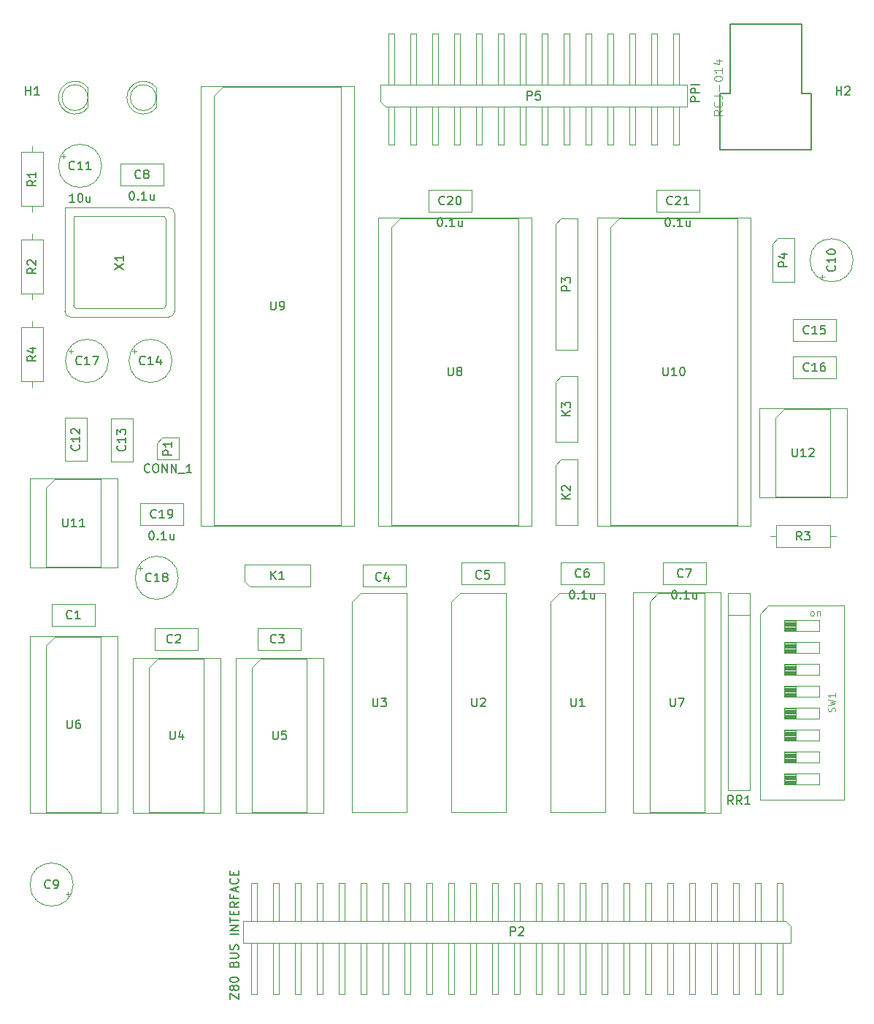
<source format=gbr>
%TF.GenerationSoftware,KiCad,Pcbnew,(6.0.4-0)*%
%TF.CreationDate,2022-09-18T19:18:22-04:00*%
%TF.ProjectId,Z80-6502IO,5a38302d-3635-4303-9249-4f2e6b696361,rev?*%
%TF.SameCoordinates,Original*%
%TF.FileFunction,AssemblyDrawing,Top*%
%FSLAX46Y46*%
G04 Gerber Fmt 4.6, Leading zero omitted, Abs format (unit mm)*
G04 Created by KiCad (PCBNEW (6.0.4-0)) date 2022-09-18 19:18:22*
%MOMM*%
%LPD*%
G01*
G04 APERTURE LIST*
%ADD10C,0.150000*%
%ADD11C,0.015000*%
%ADD12C,0.120000*%
%ADD13C,0.100000*%
%ADD14C,0.127000*%
G04 APERTURE END LIST*
D10*
%TO.C,P1*%
X61888952Y-93111142D02*
X61841333Y-93158761D01*
X61698476Y-93206380D01*
X61603238Y-93206380D01*
X61460380Y-93158761D01*
X61365142Y-93063523D01*
X61317523Y-92968285D01*
X61269904Y-92777809D01*
X61269904Y-92634952D01*
X61317523Y-92444476D01*
X61365142Y-92349238D01*
X61460380Y-92254000D01*
X61603238Y-92206380D01*
X61698476Y-92206380D01*
X61841333Y-92254000D01*
X61888952Y-92301619D01*
X62508000Y-92206380D02*
X62698476Y-92206380D01*
X62793714Y-92254000D01*
X62888952Y-92349238D01*
X62936571Y-92539714D01*
X62936571Y-92873047D01*
X62888952Y-93063523D01*
X62793714Y-93158761D01*
X62698476Y-93206380D01*
X62508000Y-93206380D01*
X62412761Y-93158761D01*
X62317523Y-93063523D01*
X62269904Y-92873047D01*
X62269904Y-92539714D01*
X62317523Y-92349238D01*
X62412761Y-92254000D01*
X62508000Y-92206380D01*
X63365142Y-93206380D02*
X63365142Y-92206380D01*
X63936571Y-93206380D01*
X63936571Y-92206380D01*
X64412761Y-93206380D02*
X64412761Y-92206380D01*
X64984190Y-93206380D01*
X64984190Y-92206380D01*
X65222285Y-93301619D02*
X65984190Y-93301619D01*
X66746095Y-93206380D02*
X66174666Y-93206380D01*
X66460380Y-93206380D02*
X66460380Y-92206380D01*
X66365142Y-92349238D01*
X66269904Y-92444476D01*
X66174666Y-92492095D01*
X64460380Y-91162095D02*
X63460380Y-91162095D01*
X63460380Y-90781142D01*
X63508000Y-90685904D01*
X63555619Y-90638285D01*
X63650857Y-90590666D01*
X63793714Y-90590666D01*
X63888952Y-90638285D01*
X63936571Y-90685904D01*
X63984190Y-90781142D01*
X63984190Y-91162095D01*
X64460380Y-89638285D02*
X64460380Y-90209714D01*
X64460380Y-89924000D02*
X63460380Y-89924000D01*
X63603238Y-90019238D01*
X63698476Y-90114476D01*
X63746095Y-90209714D01*
%TO.C,C21*%
X121935714Y-63674380D02*
X122030952Y-63674380D01*
X122126190Y-63722000D01*
X122173809Y-63769619D01*
X122221428Y-63864857D01*
X122269047Y-64055333D01*
X122269047Y-64293428D01*
X122221428Y-64483904D01*
X122173809Y-64579142D01*
X122126190Y-64626761D01*
X122030952Y-64674380D01*
X121935714Y-64674380D01*
X121840476Y-64626761D01*
X121792857Y-64579142D01*
X121745238Y-64483904D01*
X121697619Y-64293428D01*
X121697619Y-64055333D01*
X121745238Y-63864857D01*
X121792857Y-63769619D01*
X121840476Y-63722000D01*
X121935714Y-63674380D01*
X122697619Y-64579142D02*
X122745238Y-64626761D01*
X122697619Y-64674380D01*
X122650000Y-64626761D01*
X122697619Y-64579142D01*
X122697619Y-64674380D01*
X123697619Y-64674380D02*
X123126190Y-64674380D01*
X123411904Y-64674380D02*
X123411904Y-63674380D01*
X123316666Y-63817238D01*
X123221428Y-63912476D01*
X123126190Y-63960095D01*
X124554761Y-64007714D02*
X124554761Y-64674380D01*
X124126190Y-64007714D02*
X124126190Y-64531523D01*
X124173809Y-64626761D01*
X124269047Y-64674380D01*
X124411904Y-64674380D01*
X124507142Y-64626761D01*
X124554761Y-64579142D01*
X122507142Y-62079142D02*
X122459523Y-62126761D01*
X122316666Y-62174380D01*
X122221428Y-62174380D01*
X122078571Y-62126761D01*
X121983333Y-62031523D01*
X121935714Y-61936285D01*
X121888095Y-61745809D01*
X121888095Y-61602952D01*
X121935714Y-61412476D01*
X121983333Y-61317238D01*
X122078571Y-61222000D01*
X122221428Y-61174380D01*
X122316666Y-61174380D01*
X122459523Y-61222000D01*
X122507142Y-61269619D01*
X122888095Y-61269619D02*
X122935714Y-61222000D01*
X123030952Y-61174380D01*
X123269047Y-61174380D01*
X123364285Y-61222000D01*
X123411904Y-61269619D01*
X123459523Y-61364857D01*
X123459523Y-61460095D01*
X123411904Y-61602952D01*
X122840476Y-62174380D01*
X123459523Y-62174380D01*
X124411904Y-62174380D02*
X123840476Y-62174380D01*
X124126190Y-62174380D02*
X124126190Y-61174380D01*
X124030952Y-61317238D01*
X123935714Y-61412476D01*
X123840476Y-61460095D01*
%TO.C,C20*%
X95519714Y-63674380D02*
X95614952Y-63674380D01*
X95710190Y-63722000D01*
X95757809Y-63769619D01*
X95805428Y-63864857D01*
X95853047Y-64055333D01*
X95853047Y-64293428D01*
X95805428Y-64483904D01*
X95757809Y-64579142D01*
X95710190Y-64626761D01*
X95614952Y-64674380D01*
X95519714Y-64674380D01*
X95424476Y-64626761D01*
X95376857Y-64579142D01*
X95329238Y-64483904D01*
X95281619Y-64293428D01*
X95281619Y-64055333D01*
X95329238Y-63864857D01*
X95376857Y-63769619D01*
X95424476Y-63722000D01*
X95519714Y-63674380D01*
X96281619Y-64579142D02*
X96329238Y-64626761D01*
X96281619Y-64674380D01*
X96234000Y-64626761D01*
X96281619Y-64579142D01*
X96281619Y-64674380D01*
X97281619Y-64674380D02*
X96710190Y-64674380D01*
X96995904Y-64674380D02*
X96995904Y-63674380D01*
X96900666Y-63817238D01*
X96805428Y-63912476D01*
X96710190Y-63960095D01*
X98138761Y-64007714D02*
X98138761Y-64674380D01*
X97710190Y-64007714D02*
X97710190Y-64531523D01*
X97757809Y-64626761D01*
X97853047Y-64674380D01*
X97995904Y-64674380D01*
X98091142Y-64626761D01*
X98138761Y-64579142D01*
X96091142Y-62079142D02*
X96043523Y-62126761D01*
X95900666Y-62174380D01*
X95805428Y-62174380D01*
X95662571Y-62126761D01*
X95567333Y-62031523D01*
X95519714Y-61936285D01*
X95472095Y-61745809D01*
X95472095Y-61602952D01*
X95519714Y-61412476D01*
X95567333Y-61317238D01*
X95662571Y-61222000D01*
X95805428Y-61174380D01*
X95900666Y-61174380D01*
X96043523Y-61222000D01*
X96091142Y-61269619D01*
X96472095Y-61269619D02*
X96519714Y-61222000D01*
X96614952Y-61174380D01*
X96853047Y-61174380D01*
X96948285Y-61222000D01*
X96995904Y-61269619D01*
X97043523Y-61364857D01*
X97043523Y-61460095D01*
X96995904Y-61602952D01*
X96424476Y-62174380D01*
X97043523Y-62174380D01*
X97662571Y-61174380D02*
X97757809Y-61174380D01*
X97853047Y-61222000D01*
X97900666Y-61269619D01*
X97948285Y-61364857D01*
X97995904Y-61555333D01*
X97995904Y-61793428D01*
X97948285Y-61983904D01*
X97900666Y-62079142D01*
X97853047Y-62126761D01*
X97757809Y-62174380D01*
X97662571Y-62174380D01*
X97567333Y-62126761D01*
X97519714Y-62079142D01*
X97472095Y-61983904D01*
X97424476Y-61793428D01*
X97424476Y-61555333D01*
X97472095Y-61364857D01*
X97519714Y-61269619D01*
X97567333Y-61222000D01*
X97662571Y-61174380D01*
%TO.C,C19*%
X62071714Y-99996380D02*
X62166952Y-99996380D01*
X62262190Y-100044000D01*
X62309809Y-100091619D01*
X62357428Y-100186857D01*
X62405047Y-100377333D01*
X62405047Y-100615428D01*
X62357428Y-100805904D01*
X62309809Y-100901142D01*
X62262190Y-100948761D01*
X62166952Y-100996380D01*
X62071714Y-100996380D01*
X61976476Y-100948761D01*
X61928857Y-100901142D01*
X61881238Y-100805904D01*
X61833619Y-100615428D01*
X61833619Y-100377333D01*
X61881238Y-100186857D01*
X61928857Y-100091619D01*
X61976476Y-100044000D01*
X62071714Y-99996380D01*
X62833619Y-100901142D02*
X62881238Y-100948761D01*
X62833619Y-100996380D01*
X62786000Y-100948761D01*
X62833619Y-100901142D01*
X62833619Y-100996380D01*
X63833619Y-100996380D02*
X63262190Y-100996380D01*
X63547904Y-100996380D02*
X63547904Y-99996380D01*
X63452666Y-100139238D01*
X63357428Y-100234476D01*
X63262190Y-100282095D01*
X64690761Y-100329714D02*
X64690761Y-100996380D01*
X64262190Y-100329714D02*
X64262190Y-100853523D01*
X64309809Y-100948761D01*
X64405047Y-100996380D01*
X64547904Y-100996380D01*
X64643142Y-100948761D01*
X64690761Y-100901142D01*
X62643142Y-98401142D02*
X62595523Y-98448761D01*
X62452666Y-98496380D01*
X62357428Y-98496380D01*
X62214571Y-98448761D01*
X62119333Y-98353523D01*
X62071714Y-98258285D01*
X62024095Y-98067809D01*
X62024095Y-97924952D01*
X62071714Y-97734476D01*
X62119333Y-97639238D01*
X62214571Y-97544000D01*
X62357428Y-97496380D01*
X62452666Y-97496380D01*
X62595523Y-97544000D01*
X62643142Y-97591619D01*
X63595523Y-98496380D02*
X63024095Y-98496380D01*
X63309809Y-98496380D02*
X63309809Y-97496380D01*
X63214571Y-97639238D01*
X63119333Y-97734476D01*
X63024095Y-97782095D01*
X64071714Y-98496380D02*
X64262190Y-98496380D01*
X64357428Y-98448761D01*
X64405047Y-98401142D01*
X64500285Y-98258285D01*
X64547904Y-98067809D01*
X64547904Y-97686857D01*
X64500285Y-97591619D01*
X64452666Y-97544000D01*
X64357428Y-97496380D01*
X64166952Y-97496380D01*
X64071714Y-97544000D01*
X64024095Y-97591619D01*
X63976476Y-97686857D01*
X63976476Y-97924952D01*
X64024095Y-98020190D01*
X64071714Y-98067809D01*
X64166952Y-98115428D01*
X64357428Y-98115428D01*
X64452666Y-98067809D01*
X64500285Y-98020190D01*
X64547904Y-97924952D01*
%TO.C,P5*%
X125658380Y-50209000D02*
X124658380Y-50209000D01*
X124658380Y-49828047D01*
X124706000Y-49732809D01*
X124753619Y-49685190D01*
X124848857Y-49637571D01*
X124991714Y-49637571D01*
X125086952Y-49685190D01*
X125134571Y-49732809D01*
X125182190Y-49828047D01*
X125182190Y-50209000D01*
X125658380Y-49209000D02*
X124658380Y-49209000D01*
X124658380Y-48828047D01*
X124706000Y-48732809D01*
X124753619Y-48685190D01*
X124848857Y-48637571D01*
X124991714Y-48637571D01*
X125086952Y-48685190D01*
X125134571Y-48732809D01*
X125182190Y-48828047D01*
X125182190Y-49209000D01*
X125658380Y-48209000D02*
X124658380Y-48209000D01*
X105687904Y-50006380D02*
X105687904Y-49006380D01*
X106068857Y-49006380D01*
X106164095Y-49054000D01*
X106211714Y-49101619D01*
X106259333Y-49196857D01*
X106259333Y-49339714D01*
X106211714Y-49434952D01*
X106164095Y-49482571D01*
X106068857Y-49530190D01*
X105687904Y-49530190D01*
X107164095Y-49006380D02*
X106687904Y-49006380D01*
X106640285Y-49482571D01*
X106687904Y-49434952D01*
X106783142Y-49387333D01*
X107021238Y-49387333D01*
X107116476Y-49434952D01*
X107164095Y-49482571D01*
X107211714Y-49577809D01*
X107211714Y-49815904D01*
X107164095Y-49911142D01*
X107116476Y-49958761D01*
X107021238Y-50006380D01*
X106783142Y-50006380D01*
X106687904Y-49958761D01*
X106640285Y-49911142D01*
%TO.C,C1*%
X52879333Y-110085142D02*
X52831714Y-110132761D01*
X52688857Y-110180380D01*
X52593619Y-110180380D01*
X52450761Y-110132761D01*
X52355523Y-110037523D01*
X52307904Y-109942285D01*
X52260285Y-109751809D01*
X52260285Y-109608952D01*
X52307904Y-109418476D01*
X52355523Y-109323238D01*
X52450761Y-109228000D01*
X52593619Y-109180380D01*
X52688857Y-109180380D01*
X52831714Y-109228000D01*
X52879333Y-109275619D01*
X53831714Y-110180380D02*
X53260285Y-110180380D01*
X53546000Y-110180380D02*
X53546000Y-109180380D01*
X53450761Y-109323238D01*
X53355523Y-109418476D01*
X53260285Y-109466095D01*
%TO.C,U7*%
X122278095Y-119342380D02*
X122278095Y-120151904D01*
X122325714Y-120247142D01*
X122373333Y-120294761D01*
X122468571Y-120342380D01*
X122659047Y-120342380D01*
X122754285Y-120294761D01*
X122801904Y-120247142D01*
X122849523Y-120151904D01*
X122849523Y-119342380D01*
X123230476Y-119342380D02*
X123897142Y-119342380D01*
X123468571Y-120342380D01*
%TO.C,U12*%
X136429904Y-90384380D02*
X136429904Y-91193904D01*
X136477523Y-91289142D01*
X136525142Y-91336761D01*
X136620380Y-91384380D01*
X136810857Y-91384380D01*
X136906095Y-91336761D01*
X136953714Y-91289142D01*
X137001333Y-91193904D01*
X137001333Y-90384380D01*
X138001333Y-91384380D02*
X137429904Y-91384380D01*
X137715619Y-91384380D02*
X137715619Y-90384380D01*
X137620380Y-90527238D01*
X137525142Y-90622476D01*
X137429904Y-90670095D01*
X138382285Y-90479619D02*
X138429904Y-90432000D01*
X138525142Y-90384380D01*
X138763238Y-90384380D01*
X138858476Y-90432000D01*
X138906095Y-90479619D01*
X138953714Y-90574857D01*
X138953714Y-90670095D01*
X138906095Y-90812952D01*
X138334666Y-91384380D01*
X138953714Y-91384380D01*
%TO.C,U11*%
X51847904Y-98512380D02*
X51847904Y-99321904D01*
X51895523Y-99417142D01*
X51943142Y-99464761D01*
X52038380Y-99512380D01*
X52228857Y-99512380D01*
X52324095Y-99464761D01*
X52371714Y-99417142D01*
X52419333Y-99321904D01*
X52419333Y-98512380D01*
X53419333Y-99512380D02*
X52847904Y-99512380D01*
X53133619Y-99512380D02*
X53133619Y-98512380D01*
X53038380Y-98655238D01*
X52943142Y-98750476D01*
X52847904Y-98798095D01*
X54371714Y-99512380D02*
X53800285Y-99512380D01*
X54086000Y-99512380D02*
X54086000Y-98512380D01*
X53990761Y-98655238D01*
X53895523Y-98750476D01*
X53800285Y-98798095D01*
%TO.C,U10*%
X121443904Y-80986380D02*
X121443904Y-81795904D01*
X121491523Y-81891142D01*
X121539142Y-81938761D01*
X121634380Y-81986380D01*
X121824857Y-81986380D01*
X121920095Y-81938761D01*
X121967714Y-81891142D01*
X122015333Y-81795904D01*
X122015333Y-80986380D01*
X123015333Y-81986380D02*
X122443904Y-81986380D01*
X122729619Y-81986380D02*
X122729619Y-80986380D01*
X122634380Y-81129238D01*
X122539142Y-81224476D01*
X122443904Y-81272095D01*
X123634380Y-80986380D02*
X123729619Y-80986380D01*
X123824857Y-81034000D01*
X123872476Y-81081619D01*
X123920095Y-81176857D01*
X123967714Y-81367333D01*
X123967714Y-81605428D01*
X123920095Y-81795904D01*
X123872476Y-81891142D01*
X123824857Y-81938761D01*
X123729619Y-81986380D01*
X123634380Y-81986380D01*
X123539142Y-81938761D01*
X123491523Y-81891142D01*
X123443904Y-81795904D01*
X123396285Y-81605428D01*
X123396285Y-81367333D01*
X123443904Y-81176857D01*
X123491523Y-81081619D01*
X123539142Y-81034000D01*
X123634380Y-80986380D01*
%TO.C,U9*%
X75946095Y-73366380D02*
X75946095Y-74175904D01*
X75993714Y-74271142D01*
X76041333Y-74318761D01*
X76136571Y-74366380D01*
X76327047Y-74366380D01*
X76422285Y-74318761D01*
X76469904Y-74271142D01*
X76517523Y-74175904D01*
X76517523Y-73366380D01*
X77041333Y-74366380D02*
X77231809Y-74366380D01*
X77327047Y-74318761D01*
X77374666Y-74271142D01*
X77469904Y-74128285D01*
X77517523Y-73937809D01*
X77517523Y-73556857D01*
X77469904Y-73461619D01*
X77422285Y-73414000D01*
X77327047Y-73366380D01*
X77136571Y-73366380D01*
X77041333Y-73414000D01*
X76993714Y-73461619D01*
X76946095Y-73556857D01*
X76946095Y-73794952D01*
X76993714Y-73890190D01*
X77041333Y-73937809D01*
X77136571Y-73985428D01*
X77327047Y-73985428D01*
X77422285Y-73937809D01*
X77469904Y-73890190D01*
X77517523Y-73794952D01*
%TO.C,U8*%
X96520095Y-80986380D02*
X96520095Y-81795904D01*
X96567714Y-81891142D01*
X96615333Y-81938761D01*
X96710571Y-81986380D01*
X96901047Y-81986380D01*
X96996285Y-81938761D01*
X97043904Y-81891142D01*
X97091523Y-81795904D01*
X97091523Y-80986380D01*
X97710571Y-81414952D02*
X97615333Y-81367333D01*
X97567714Y-81319714D01*
X97520095Y-81224476D01*
X97520095Y-81176857D01*
X97567714Y-81081619D01*
X97615333Y-81034000D01*
X97710571Y-80986380D01*
X97901047Y-80986380D01*
X97996285Y-81034000D01*
X98043904Y-81081619D01*
X98091523Y-81176857D01*
X98091523Y-81224476D01*
X98043904Y-81319714D01*
X97996285Y-81367333D01*
X97901047Y-81414952D01*
X97710571Y-81414952D01*
X97615333Y-81462571D01*
X97567714Y-81510190D01*
X97520095Y-81605428D01*
X97520095Y-81795904D01*
X97567714Y-81891142D01*
X97615333Y-81938761D01*
X97710571Y-81986380D01*
X97901047Y-81986380D01*
X97996285Y-81938761D01*
X98043904Y-81891142D01*
X98091523Y-81795904D01*
X98091523Y-81605428D01*
X98043904Y-81510190D01*
X97996285Y-81462571D01*
X97901047Y-81414952D01*
%TO.C,U6*%
X52324095Y-121880380D02*
X52324095Y-122689904D01*
X52371714Y-122785142D01*
X52419333Y-122832761D01*
X52514571Y-122880380D01*
X52705047Y-122880380D01*
X52800285Y-122832761D01*
X52847904Y-122785142D01*
X52895523Y-122689904D01*
X52895523Y-121880380D01*
X53800285Y-121880380D02*
X53609809Y-121880380D01*
X53514571Y-121928000D01*
X53466952Y-121975619D01*
X53371714Y-122118476D01*
X53324095Y-122308952D01*
X53324095Y-122689904D01*
X53371714Y-122785142D01*
X53419333Y-122832761D01*
X53514571Y-122880380D01*
X53705047Y-122880380D01*
X53800285Y-122832761D01*
X53847904Y-122785142D01*
X53895523Y-122689904D01*
X53895523Y-122451809D01*
X53847904Y-122356571D01*
X53800285Y-122308952D01*
X53705047Y-122261333D01*
X53514571Y-122261333D01*
X53419333Y-122308952D01*
X53371714Y-122356571D01*
X53324095Y-122451809D01*
%TO.C,U5*%
X76200095Y-123150380D02*
X76200095Y-123959904D01*
X76247714Y-124055142D01*
X76295333Y-124102761D01*
X76390571Y-124150380D01*
X76581047Y-124150380D01*
X76676285Y-124102761D01*
X76723904Y-124055142D01*
X76771523Y-123959904D01*
X76771523Y-123150380D01*
X77723904Y-123150380D02*
X77247714Y-123150380D01*
X77200095Y-123626571D01*
X77247714Y-123578952D01*
X77342952Y-123531333D01*
X77581047Y-123531333D01*
X77676285Y-123578952D01*
X77723904Y-123626571D01*
X77771523Y-123721809D01*
X77771523Y-123959904D01*
X77723904Y-124055142D01*
X77676285Y-124102761D01*
X77581047Y-124150380D01*
X77342952Y-124150380D01*
X77247714Y-124102761D01*
X77200095Y-124055142D01*
%TO.C,U4*%
X64262095Y-123150380D02*
X64262095Y-123959904D01*
X64309714Y-124055142D01*
X64357333Y-124102761D01*
X64452571Y-124150380D01*
X64643047Y-124150380D01*
X64738285Y-124102761D01*
X64785904Y-124055142D01*
X64833523Y-123959904D01*
X64833523Y-123150380D01*
X65738285Y-123483714D02*
X65738285Y-124150380D01*
X65500190Y-123102761D02*
X65262095Y-123817047D01*
X65881142Y-123817047D01*
%TO.C,P4*%
X135834380Y-69318095D02*
X134834380Y-69318095D01*
X134834380Y-68937142D01*
X134882000Y-68841904D01*
X134929619Y-68794285D01*
X135024857Y-68746666D01*
X135167714Y-68746666D01*
X135262952Y-68794285D01*
X135310571Y-68841904D01*
X135358190Y-68937142D01*
X135358190Y-69318095D01*
X135167714Y-67889523D02*
X135834380Y-67889523D01*
X134786761Y-68127619D02*
X135501047Y-68365714D01*
X135501047Y-67746666D01*
%TO.C,P3*%
X110688380Y-72112095D02*
X109688380Y-72112095D01*
X109688380Y-71731142D01*
X109736000Y-71635904D01*
X109783619Y-71588285D01*
X109878857Y-71540666D01*
X110021714Y-71540666D01*
X110116952Y-71588285D01*
X110164571Y-71635904D01*
X110212190Y-71731142D01*
X110212190Y-72112095D01*
X109688380Y-71207333D02*
X109688380Y-70588285D01*
X110069333Y-70921619D01*
X110069333Y-70778761D01*
X110116952Y-70683523D01*
X110164571Y-70635904D01*
X110259809Y-70588285D01*
X110497904Y-70588285D01*
X110593142Y-70635904D01*
X110640761Y-70683523D01*
X110688380Y-70778761D01*
X110688380Y-71064476D01*
X110640761Y-71159714D01*
X110593142Y-71207333D01*
%TO.C,X1*%
X57872380Y-69643523D02*
X58872380Y-68976857D01*
X57872380Y-68976857D02*
X58872380Y-69643523D01*
X58872380Y-68072095D02*
X58872380Y-68643523D01*
X58872380Y-68357809D02*
X57872380Y-68357809D01*
X58015238Y-68453047D01*
X58110476Y-68548285D01*
X58158095Y-68643523D01*
%TO.C,R3*%
X137501333Y-101036380D02*
X137168000Y-100560190D01*
X136929904Y-101036380D02*
X136929904Y-100036380D01*
X137310857Y-100036380D01*
X137406095Y-100084000D01*
X137453714Y-100131619D01*
X137501333Y-100226857D01*
X137501333Y-100369714D01*
X137453714Y-100464952D01*
X137406095Y-100512571D01*
X137310857Y-100560190D01*
X136929904Y-100560190D01*
X137834666Y-100036380D02*
X138453714Y-100036380D01*
X138120380Y-100417333D01*
X138263238Y-100417333D01*
X138358476Y-100464952D01*
X138406095Y-100512571D01*
X138453714Y-100607809D01*
X138453714Y-100845904D01*
X138406095Y-100941142D01*
X138358476Y-100988761D01*
X138263238Y-101036380D01*
X137977523Y-101036380D01*
X137882285Y-100988761D01*
X137834666Y-100941142D01*
%TO.C,P2*%
X71198380Y-154229380D02*
X71198380Y-153562714D01*
X72198380Y-154229380D01*
X72198380Y-153562714D01*
X71626952Y-153038904D02*
X71579333Y-153134142D01*
X71531714Y-153181761D01*
X71436476Y-153229380D01*
X71388857Y-153229380D01*
X71293619Y-153181761D01*
X71246000Y-153134142D01*
X71198380Y-153038904D01*
X71198380Y-152848428D01*
X71246000Y-152753190D01*
X71293619Y-152705571D01*
X71388857Y-152657952D01*
X71436476Y-152657952D01*
X71531714Y-152705571D01*
X71579333Y-152753190D01*
X71626952Y-152848428D01*
X71626952Y-153038904D01*
X71674571Y-153134142D01*
X71722190Y-153181761D01*
X71817428Y-153229380D01*
X72007904Y-153229380D01*
X72103142Y-153181761D01*
X72150761Y-153134142D01*
X72198380Y-153038904D01*
X72198380Y-152848428D01*
X72150761Y-152753190D01*
X72103142Y-152705571D01*
X72007904Y-152657952D01*
X71817428Y-152657952D01*
X71722190Y-152705571D01*
X71674571Y-152753190D01*
X71626952Y-152848428D01*
X71198380Y-152038904D02*
X71198380Y-151943666D01*
X71246000Y-151848428D01*
X71293619Y-151800809D01*
X71388857Y-151753190D01*
X71579333Y-151705571D01*
X71817428Y-151705571D01*
X72007904Y-151753190D01*
X72103142Y-151800809D01*
X72150761Y-151848428D01*
X72198380Y-151943666D01*
X72198380Y-152038904D01*
X72150761Y-152134142D01*
X72103142Y-152181761D01*
X72007904Y-152229380D01*
X71817428Y-152277000D01*
X71579333Y-152277000D01*
X71388857Y-152229380D01*
X71293619Y-152181761D01*
X71246000Y-152134142D01*
X71198380Y-152038904D01*
X71674571Y-150181761D02*
X71722190Y-150038904D01*
X71769809Y-149991285D01*
X71865047Y-149943666D01*
X72007904Y-149943666D01*
X72103142Y-149991285D01*
X72150761Y-150038904D01*
X72198380Y-150134142D01*
X72198380Y-150515095D01*
X71198380Y-150515095D01*
X71198380Y-150181761D01*
X71246000Y-150086523D01*
X71293619Y-150038904D01*
X71388857Y-149991285D01*
X71484095Y-149991285D01*
X71579333Y-150038904D01*
X71626952Y-150086523D01*
X71674571Y-150181761D01*
X71674571Y-150515095D01*
X71198380Y-149515095D02*
X72007904Y-149515095D01*
X72103142Y-149467476D01*
X72150761Y-149419857D01*
X72198380Y-149324619D01*
X72198380Y-149134142D01*
X72150761Y-149038904D01*
X72103142Y-148991285D01*
X72007904Y-148943666D01*
X71198380Y-148943666D01*
X72150761Y-148515095D02*
X72198380Y-148372238D01*
X72198380Y-148134142D01*
X72150761Y-148038904D01*
X72103142Y-147991285D01*
X72007904Y-147943666D01*
X71912666Y-147943666D01*
X71817428Y-147991285D01*
X71769809Y-148038904D01*
X71722190Y-148134142D01*
X71674571Y-148324619D01*
X71626952Y-148419857D01*
X71579333Y-148467476D01*
X71484095Y-148515095D01*
X71388857Y-148515095D01*
X71293619Y-148467476D01*
X71246000Y-148419857D01*
X71198380Y-148324619D01*
X71198380Y-148086523D01*
X71246000Y-147943666D01*
X72198380Y-146753190D02*
X71198380Y-146753190D01*
X72198380Y-146277000D02*
X71198380Y-146277000D01*
X72198380Y-145705571D01*
X71198380Y-145705571D01*
X71198380Y-145372238D02*
X71198380Y-144800809D01*
X72198380Y-145086523D02*
X71198380Y-145086523D01*
X71674571Y-144467476D02*
X71674571Y-144134142D01*
X72198380Y-143991285D02*
X72198380Y-144467476D01*
X71198380Y-144467476D01*
X71198380Y-143991285D01*
X72198380Y-142991285D02*
X71722190Y-143324619D01*
X72198380Y-143562714D02*
X71198380Y-143562714D01*
X71198380Y-143181761D01*
X71246000Y-143086523D01*
X71293619Y-143038904D01*
X71388857Y-142991285D01*
X71531714Y-142991285D01*
X71626952Y-143038904D01*
X71674571Y-143086523D01*
X71722190Y-143181761D01*
X71722190Y-143562714D01*
X71674571Y-142229380D02*
X71674571Y-142562714D01*
X72198380Y-142562714D02*
X71198380Y-142562714D01*
X71198380Y-142086523D01*
X71912666Y-141753190D02*
X71912666Y-141277000D01*
X72198380Y-141848428D02*
X71198380Y-141515095D01*
X72198380Y-141181761D01*
X72103142Y-140277000D02*
X72150761Y-140324619D01*
X72198380Y-140467476D01*
X72198380Y-140562714D01*
X72150761Y-140705571D01*
X72055523Y-140800809D01*
X71960285Y-140848428D01*
X71769809Y-140896047D01*
X71626952Y-140896047D01*
X71436476Y-140848428D01*
X71341238Y-140800809D01*
X71246000Y-140705571D01*
X71198380Y-140562714D01*
X71198380Y-140467476D01*
X71246000Y-140324619D01*
X71293619Y-140277000D01*
X71674571Y-139848428D02*
X71674571Y-139515095D01*
X72198380Y-139372238D02*
X72198380Y-139848428D01*
X71198380Y-139848428D01*
X71198380Y-139372238D01*
X103757904Y-146884380D02*
X103757904Y-145884380D01*
X104138857Y-145884380D01*
X104234095Y-145932000D01*
X104281714Y-145979619D01*
X104329333Y-146074857D01*
X104329333Y-146217714D01*
X104281714Y-146312952D01*
X104234095Y-146360571D01*
X104138857Y-146408190D01*
X103757904Y-146408190D01*
X104710285Y-145979619D02*
X104757904Y-145932000D01*
X104853142Y-145884380D01*
X105091238Y-145884380D01*
X105186476Y-145932000D01*
X105234095Y-145979619D01*
X105281714Y-146074857D01*
X105281714Y-146170095D01*
X105234095Y-146312952D01*
X104662666Y-146884380D01*
X105281714Y-146884380D01*
%TO.C,K3*%
X110688380Y-86590095D02*
X109688380Y-86590095D01*
X110688380Y-86018666D02*
X110116952Y-86447238D01*
X109688380Y-86018666D02*
X110259809Y-86590095D01*
X109688380Y-85685333D02*
X109688380Y-85066285D01*
X110069333Y-85399619D01*
X110069333Y-85256761D01*
X110116952Y-85161523D01*
X110164571Y-85113904D01*
X110259809Y-85066285D01*
X110497904Y-85066285D01*
X110593142Y-85113904D01*
X110640761Y-85161523D01*
X110688380Y-85256761D01*
X110688380Y-85542476D01*
X110640761Y-85637714D01*
X110593142Y-85685333D01*
D11*
%TO.C,J1*%
X128307286Y-51198135D02*
X127831084Y-51531476D01*
X128307286Y-51769577D02*
X127307262Y-51769577D01*
X127307262Y-51388616D01*
X127354883Y-51293375D01*
X127402503Y-51245755D01*
X127497743Y-51198135D01*
X127640604Y-51198135D01*
X127735844Y-51245755D01*
X127783464Y-51293375D01*
X127831084Y-51388616D01*
X127831084Y-51769577D01*
X128212046Y-50198111D02*
X128259666Y-50245731D01*
X128307286Y-50388592D01*
X128307286Y-50483832D01*
X128259666Y-50626693D01*
X128164426Y-50721933D01*
X128069185Y-50769553D01*
X127878705Y-50817173D01*
X127735844Y-50817173D01*
X127545363Y-50769553D01*
X127450123Y-50721933D01*
X127354883Y-50626693D01*
X127307262Y-50483832D01*
X127307262Y-50388592D01*
X127354883Y-50245731D01*
X127402503Y-50198111D01*
X127307262Y-49483808D02*
X128021565Y-49483808D01*
X128164426Y-49531428D01*
X128259666Y-49626669D01*
X128307286Y-49769529D01*
X128307286Y-49864770D01*
X127926325Y-49007606D02*
X127926325Y-48245683D01*
X127307262Y-47579001D02*
X127307262Y-47483760D01*
X127354883Y-47388520D01*
X127402503Y-47340900D01*
X127497743Y-47293279D01*
X127688224Y-47245659D01*
X127926325Y-47245659D01*
X128116806Y-47293279D01*
X128212046Y-47340900D01*
X128259666Y-47388520D01*
X128307286Y-47483760D01*
X128307286Y-47579001D01*
X128259666Y-47674241D01*
X128212046Y-47721861D01*
X128116806Y-47769481D01*
X127926325Y-47817101D01*
X127688224Y-47817101D01*
X127497743Y-47769481D01*
X127402503Y-47721861D01*
X127354883Y-47674241D01*
X127307262Y-47579001D01*
X128307286Y-46293255D02*
X128307286Y-46864698D01*
X128307286Y-46578977D02*
X127307262Y-46578977D01*
X127450123Y-46674217D01*
X127545363Y-46769457D01*
X127592983Y-46864698D01*
X127640604Y-45436092D02*
X128307286Y-45436092D01*
X127259642Y-45674193D02*
X127973945Y-45912294D01*
X127973945Y-45293231D01*
D10*
%TO.C,C18*%
X62075142Y-105767142D02*
X62027523Y-105814761D01*
X61884666Y-105862380D01*
X61789428Y-105862380D01*
X61646571Y-105814761D01*
X61551333Y-105719523D01*
X61503714Y-105624285D01*
X61456095Y-105433809D01*
X61456095Y-105290952D01*
X61503714Y-105100476D01*
X61551333Y-105005238D01*
X61646571Y-104910000D01*
X61789428Y-104862380D01*
X61884666Y-104862380D01*
X62027523Y-104910000D01*
X62075142Y-104957619D01*
X63027523Y-105862380D02*
X62456095Y-105862380D01*
X62741809Y-105862380D02*
X62741809Y-104862380D01*
X62646571Y-105005238D01*
X62551333Y-105100476D01*
X62456095Y-105148095D01*
X63598952Y-105290952D02*
X63503714Y-105243333D01*
X63456095Y-105195714D01*
X63408476Y-105100476D01*
X63408476Y-105052857D01*
X63456095Y-104957619D01*
X63503714Y-104910000D01*
X63598952Y-104862380D01*
X63789428Y-104862380D01*
X63884666Y-104910000D01*
X63932285Y-104957619D01*
X63979904Y-105052857D01*
X63979904Y-105100476D01*
X63932285Y-105195714D01*
X63884666Y-105243333D01*
X63789428Y-105290952D01*
X63598952Y-105290952D01*
X63503714Y-105338571D01*
X63456095Y-105386190D01*
X63408476Y-105481428D01*
X63408476Y-105671904D01*
X63456095Y-105767142D01*
X63503714Y-105814761D01*
X63598952Y-105862380D01*
X63789428Y-105862380D01*
X63884666Y-105814761D01*
X63932285Y-105767142D01*
X63979904Y-105671904D01*
X63979904Y-105481428D01*
X63932285Y-105386190D01*
X63884666Y-105338571D01*
X63789428Y-105290952D01*
%TO.C,C17*%
X53987142Y-80621142D02*
X53939523Y-80668761D01*
X53796666Y-80716380D01*
X53701428Y-80716380D01*
X53558571Y-80668761D01*
X53463333Y-80573523D01*
X53415714Y-80478285D01*
X53368095Y-80287809D01*
X53368095Y-80144952D01*
X53415714Y-79954476D01*
X53463333Y-79859238D01*
X53558571Y-79764000D01*
X53701428Y-79716380D01*
X53796666Y-79716380D01*
X53939523Y-79764000D01*
X53987142Y-79811619D01*
X54939523Y-80716380D02*
X54368095Y-80716380D01*
X54653809Y-80716380D02*
X54653809Y-79716380D01*
X54558571Y-79859238D01*
X54463333Y-79954476D01*
X54368095Y-80002095D01*
X55272857Y-79716380D02*
X55939523Y-79716380D01*
X55510952Y-80716380D01*
%TO.C,C16*%
X138335142Y-81383142D02*
X138287523Y-81430761D01*
X138144666Y-81478380D01*
X138049428Y-81478380D01*
X137906571Y-81430761D01*
X137811333Y-81335523D01*
X137763714Y-81240285D01*
X137716095Y-81049809D01*
X137716095Y-80906952D01*
X137763714Y-80716476D01*
X137811333Y-80621238D01*
X137906571Y-80526000D01*
X138049428Y-80478380D01*
X138144666Y-80478380D01*
X138287523Y-80526000D01*
X138335142Y-80573619D01*
X139287523Y-81478380D02*
X138716095Y-81478380D01*
X139001809Y-81478380D02*
X139001809Y-80478380D01*
X138906571Y-80621238D01*
X138811333Y-80716476D01*
X138716095Y-80764095D01*
X140144666Y-80478380D02*
X139954190Y-80478380D01*
X139858952Y-80526000D01*
X139811333Y-80573619D01*
X139716095Y-80716476D01*
X139668476Y-80906952D01*
X139668476Y-81287904D01*
X139716095Y-81383142D01*
X139763714Y-81430761D01*
X139858952Y-81478380D01*
X140049428Y-81478380D01*
X140144666Y-81430761D01*
X140192285Y-81383142D01*
X140239904Y-81287904D01*
X140239904Y-81049809D01*
X140192285Y-80954571D01*
X140144666Y-80906952D01*
X140049428Y-80859333D01*
X139858952Y-80859333D01*
X139763714Y-80906952D01*
X139716095Y-80954571D01*
X139668476Y-81049809D01*
%TO.C,C15*%
X138335142Y-77065142D02*
X138287523Y-77112761D01*
X138144666Y-77160380D01*
X138049428Y-77160380D01*
X137906571Y-77112761D01*
X137811333Y-77017523D01*
X137763714Y-76922285D01*
X137716095Y-76731809D01*
X137716095Y-76588952D01*
X137763714Y-76398476D01*
X137811333Y-76303238D01*
X137906571Y-76208000D01*
X138049428Y-76160380D01*
X138144666Y-76160380D01*
X138287523Y-76208000D01*
X138335142Y-76255619D01*
X139287523Y-77160380D02*
X138716095Y-77160380D01*
X139001809Y-77160380D02*
X139001809Y-76160380D01*
X138906571Y-76303238D01*
X138811333Y-76398476D01*
X138716095Y-76446095D01*
X140192285Y-76160380D02*
X139716095Y-76160380D01*
X139668476Y-76636571D01*
X139716095Y-76588952D01*
X139811333Y-76541333D01*
X140049428Y-76541333D01*
X140144666Y-76588952D01*
X140192285Y-76636571D01*
X140239904Y-76731809D01*
X140239904Y-76969904D01*
X140192285Y-77065142D01*
X140144666Y-77112761D01*
X140049428Y-77160380D01*
X139811333Y-77160380D01*
X139716095Y-77112761D01*
X139668476Y-77065142D01*
%TO.C,C14*%
X61353142Y-80621142D02*
X61305523Y-80668761D01*
X61162666Y-80716380D01*
X61067428Y-80716380D01*
X60924571Y-80668761D01*
X60829333Y-80573523D01*
X60781714Y-80478285D01*
X60734095Y-80287809D01*
X60734095Y-80144952D01*
X60781714Y-79954476D01*
X60829333Y-79859238D01*
X60924571Y-79764000D01*
X61067428Y-79716380D01*
X61162666Y-79716380D01*
X61305523Y-79764000D01*
X61353142Y-79811619D01*
X62305523Y-80716380D02*
X61734095Y-80716380D01*
X62019809Y-80716380D02*
X62019809Y-79716380D01*
X61924571Y-79859238D01*
X61829333Y-79954476D01*
X61734095Y-80002095D01*
X63162666Y-80049714D02*
X63162666Y-80716380D01*
X62924571Y-79668761D02*
X62686476Y-80383047D01*
X63305523Y-80383047D01*
%TO.C,C13*%
X59031142Y-90090857D02*
X59078761Y-90138476D01*
X59126380Y-90281333D01*
X59126380Y-90376571D01*
X59078761Y-90519428D01*
X58983523Y-90614666D01*
X58888285Y-90662285D01*
X58697809Y-90709904D01*
X58554952Y-90709904D01*
X58364476Y-90662285D01*
X58269238Y-90614666D01*
X58174000Y-90519428D01*
X58126380Y-90376571D01*
X58126380Y-90281333D01*
X58174000Y-90138476D01*
X58221619Y-90090857D01*
X59126380Y-89138476D02*
X59126380Y-89709904D01*
X59126380Y-89424190D02*
X58126380Y-89424190D01*
X58269238Y-89519428D01*
X58364476Y-89614666D01*
X58412095Y-89709904D01*
X58126380Y-88805142D02*
X58126380Y-88186095D01*
X58507333Y-88519428D01*
X58507333Y-88376571D01*
X58554952Y-88281333D01*
X58602571Y-88233714D01*
X58697809Y-88186095D01*
X58935904Y-88186095D01*
X59031142Y-88233714D01*
X59078761Y-88281333D01*
X59126380Y-88376571D01*
X59126380Y-88662285D01*
X59078761Y-88757523D01*
X59031142Y-88805142D01*
%TO.C,C12*%
X53697142Y-90010857D02*
X53744761Y-90058476D01*
X53792380Y-90201333D01*
X53792380Y-90296571D01*
X53744761Y-90439428D01*
X53649523Y-90534666D01*
X53554285Y-90582285D01*
X53363809Y-90629904D01*
X53220952Y-90629904D01*
X53030476Y-90582285D01*
X52935238Y-90534666D01*
X52840000Y-90439428D01*
X52792380Y-90296571D01*
X52792380Y-90201333D01*
X52840000Y-90058476D01*
X52887619Y-90010857D01*
X53792380Y-89058476D02*
X53792380Y-89629904D01*
X53792380Y-89344190D02*
X52792380Y-89344190D01*
X52935238Y-89439428D01*
X53030476Y-89534666D01*
X53078095Y-89629904D01*
X52887619Y-88677523D02*
X52840000Y-88629904D01*
X52792380Y-88534666D01*
X52792380Y-88296571D01*
X52840000Y-88201333D01*
X52887619Y-88153714D01*
X52982857Y-88106095D01*
X53078095Y-88106095D01*
X53220952Y-88153714D01*
X53792380Y-88725142D01*
X53792380Y-88106095D01*
%TO.C,C11*%
X53185142Y-61860380D02*
X52613714Y-61860380D01*
X52899428Y-61860380D02*
X52899428Y-60860380D01*
X52804190Y-61003238D01*
X52708952Y-61098476D01*
X52613714Y-61146095D01*
X53804190Y-60860380D02*
X53899428Y-60860380D01*
X53994666Y-60908000D01*
X54042285Y-60955619D01*
X54089904Y-61050857D01*
X54137523Y-61241333D01*
X54137523Y-61479428D01*
X54089904Y-61669904D01*
X54042285Y-61765142D01*
X53994666Y-61812761D01*
X53899428Y-61860380D01*
X53804190Y-61860380D01*
X53708952Y-61812761D01*
X53661333Y-61765142D01*
X53613714Y-61669904D01*
X53566095Y-61479428D01*
X53566095Y-61241333D01*
X53613714Y-61050857D01*
X53661333Y-60955619D01*
X53708952Y-60908000D01*
X53804190Y-60860380D01*
X54994666Y-61193714D02*
X54994666Y-61860380D01*
X54566095Y-61193714D02*
X54566095Y-61717523D01*
X54613714Y-61812761D01*
X54708952Y-61860380D01*
X54851809Y-61860380D01*
X54947047Y-61812761D01*
X54994666Y-61765142D01*
X53185142Y-58015142D02*
X53137523Y-58062761D01*
X52994666Y-58110380D01*
X52899428Y-58110380D01*
X52756571Y-58062761D01*
X52661333Y-57967523D01*
X52613714Y-57872285D01*
X52566095Y-57681809D01*
X52566095Y-57538952D01*
X52613714Y-57348476D01*
X52661333Y-57253238D01*
X52756571Y-57158000D01*
X52899428Y-57110380D01*
X52994666Y-57110380D01*
X53137523Y-57158000D01*
X53185142Y-57205619D01*
X54137523Y-58110380D02*
X53566095Y-58110380D01*
X53851809Y-58110380D02*
X53851809Y-57110380D01*
X53756571Y-57253238D01*
X53661333Y-57348476D01*
X53566095Y-57396095D01*
X55089904Y-58110380D02*
X54518476Y-58110380D01*
X54804190Y-58110380D02*
X54804190Y-57110380D01*
X54708952Y-57253238D01*
X54613714Y-57348476D01*
X54518476Y-57396095D01*
%TO.C,C8*%
X59785714Y-60626380D02*
X59880952Y-60626380D01*
X59976190Y-60674000D01*
X60023809Y-60721619D01*
X60071428Y-60816857D01*
X60119047Y-61007333D01*
X60119047Y-61245428D01*
X60071428Y-61435904D01*
X60023809Y-61531142D01*
X59976190Y-61578761D01*
X59880952Y-61626380D01*
X59785714Y-61626380D01*
X59690476Y-61578761D01*
X59642857Y-61531142D01*
X59595238Y-61435904D01*
X59547619Y-61245428D01*
X59547619Y-61007333D01*
X59595238Y-60816857D01*
X59642857Y-60721619D01*
X59690476Y-60674000D01*
X59785714Y-60626380D01*
X60547619Y-61531142D02*
X60595238Y-61578761D01*
X60547619Y-61626380D01*
X60500000Y-61578761D01*
X60547619Y-61531142D01*
X60547619Y-61626380D01*
X61547619Y-61626380D02*
X60976190Y-61626380D01*
X61261904Y-61626380D02*
X61261904Y-60626380D01*
X61166666Y-60769238D01*
X61071428Y-60864476D01*
X60976190Y-60912095D01*
X62404761Y-60959714D02*
X62404761Y-61626380D01*
X61976190Y-60959714D02*
X61976190Y-61483523D01*
X62023809Y-61578761D01*
X62119047Y-61626380D01*
X62261904Y-61626380D01*
X62357142Y-61578761D01*
X62404761Y-61531142D01*
X60833333Y-59031142D02*
X60785714Y-59078761D01*
X60642857Y-59126380D01*
X60547619Y-59126380D01*
X60404761Y-59078761D01*
X60309523Y-58983523D01*
X60261904Y-58888285D01*
X60214285Y-58697809D01*
X60214285Y-58554952D01*
X60261904Y-58364476D01*
X60309523Y-58269238D01*
X60404761Y-58174000D01*
X60547619Y-58126380D01*
X60642857Y-58126380D01*
X60785714Y-58174000D01*
X60833333Y-58221619D01*
X61404761Y-58554952D02*
X61309523Y-58507333D01*
X61261904Y-58459714D01*
X61214285Y-58364476D01*
X61214285Y-58316857D01*
X61261904Y-58221619D01*
X61309523Y-58174000D01*
X61404761Y-58126380D01*
X61595238Y-58126380D01*
X61690476Y-58174000D01*
X61738095Y-58221619D01*
X61785714Y-58316857D01*
X61785714Y-58364476D01*
X61738095Y-58459714D01*
X61690476Y-58507333D01*
X61595238Y-58554952D01*
X61404761Y-58554952D01*
X61309523Y-58602571D01*
X61261904Y-58650190D01*
X61214285Y-58745428D01*
X61214285Y-58935904D01*
X61261904Y-59031142D01*
X61309523Y-59078761D01*
X61404761Y-59126380D01*
X61595238Y-59126380D01*
X61690476Y-59078761D01*
X61738095Y-59031142D01*
X61785714Y-58935904D01*
X61785714Y-58745428D01*
X61738095Y-58650190D01*
X61690476Y-58602571D01*
X61595238Y-58554952D01*
%TO.C,C7*%
X122697714Y-106854380D02*
X122792952Y-106854380D01*
X122888190Y-106902000D01*
X122935809Y-106949619D01*
X122983428Y-107044857D01*
X123031047Y-107235333D01*
X123031047Y-107473428D01*
X122983428Y-107663904D01*
X122935809Y-107759142D01*
X122888190Y-107806761D01*
X122792952Y-107854380D01*
X122697714Y-107854380D01*
X122602476Y-107806761D01*
X122554857Y-107759142D01*
X122507238Y-107663904D01*
X122459619Y-107473428D01*
X122459619Y-107235333D01*
X122507238Y-107044857D01*
X122554857Y-106949619D01*
X122602476Y-106902000D01*
X122697714Y-106854380D01*
X123459619Y-107759142D02*
X123507238Y-107806761D01*
X123459619Y-107854380D01*
X123412000Y-107806761D01*
X123459619Y-107759142D01*
X123459619Y-107854380D01*
X124459619Y-107854380D02*
X123888190Y-107854380D01*
X124173904Y-107854380D02*
X124173904Y-106854380D01*
X124078666Y-106997238D01*
X123983428Y-107092476D01*
X123888190Y-107140095D01*
X125316761Y-107187714D02*
X125316761Y-107854380D01*
X124888190Y-107187714D02*
X124888190Y-107711523D01*
X124935809Y-107806761D01*
X125031047Y-107854380D01*
X125173904Y-107854380D01*
X125269142Y-107806761D01*
X125316761Y-107759142D01*
X123745333Y-105259142D02*
X123697714Y-105306761D01*
X123554857Y-105354380D01*
X123459619Y-105354380D01*
X123316761Y-105306761D01*
X123221523Y-105211523D01*
X123173904Y-105116285D01*
X123126285Y-104925809D01*
X123126285Y-104782952D01*
X123173904Y-104592476D01*
X123221523Y-104497238D01*
X123316761Y-104402000D01*
X123459619Y-104354380D01*
X123554857Y-104354380D01*
X123697714Y-104402000D01*
X123745333Y-104449619D01*
X124078666Y-104354380D02*
X124745333Y-104354380D01*
X124316761Y-105354380D01*
%TO.C,C6*%
X110839714Y-106854380D02*
X110934952Y-106854380D01*
X111030190Y-106902000D01*
X111077809Y-106949619D01*
X111125428Y-107044857D01*
X111173047Y-107235333D01*
X111173047Y-107473428D01*
X111125428Y-107663904D01*
X111077809Y-107759142D01*
X111030190Y-107806761D01*
X110934952Y-107854380D01*
X110839714Y-107854380D01*
X110744476Y-107806761D01*
X110696857Y-107759142D01*
X110649238Y-107663904D01*
X110601619Y-107473428D01*
X110601619Y-107235333D01*
X110649238Y-107044857D01*
X110696857Y-106949619D01*
X110744476Y-106902000D01*
X110839714Y-106854380D01*
X111601619Y-107759142D02*
X111649238Y-107806761D01*
X111601619Y-107854380D01*
X111554000Y-107806761D01*
X111601619Y-107759142D01*
X111601619Y-107854380D01*
X112601619Y-107854380D02*
X112030190Y-107854380D01*
X112315904Y-107854380D02*
X112315904Y-106854380D01*
X112220666Y-106997238D01*
X112125428Y-107092476D01*
X112030190Y-107140095D01*
X113458761Y-107187714D02*
X113458761Y-107854380D01*
X113030190Y-107187714D02*
X113030190Y-107711523D01*
X113077809Y-107806761D01*
X113173047Y-107854380D01*
X113315904Y-107854380D01*
X113411142Y-107806761D01*
X113458761Y-107759142D01*
X111887333Y-105259142D02*
X111839714Y-105306761D01*
X111696857Y-105354380D01*
X111601619Y-105354380D01*
X111458761Y-105306761D01*
X111363523Y-105211523D01*
X111315904Y-105116285D01*
X111268285Y-104925809D01*
X111268285Y-104782952D01*
X111315904Y-104592476D01*
X111363523Y-104497238D01*
X111458761Y-104402000D01*
X111601619Y-104354380D01*
X111696857Y-104354380D01*
X111839714Y-104402000D01*
X111887333Y-104449619D01*
X112744476Y-104354380D02*
X112554000Y-104354380D01*
X112458761Y-104402000D01*
X112411142Y-104449619D01*
X112315904Y-104592476D01*
X112268285Y-104782952D01*
X112268285Y-105163904D01*
X112315904Y-105259142D01*
X112363523Y-105306761D01*
X112458761Y-105354380D01*
X112649238Y-105354380D01*
X112744476Y-105306761D01*
X112792095Y-105259142D01*
X112839714Y-105163904D01*
X112839714Y-104925809D01*
X112792095Y-104830571D01*
X112744476Y-104782952D01*
X112649238Y-104735333D01*
X112458761Y-104735333D01*
X112363523Y-104782952D01*
X112315904Y-104830571D01*
X112268285Y-104925809D01*
%TO.C,C10*%
X141327142Y-69242857D02*
X141374761Y-69290476D01*
X141422380Y-69433333D01*
X141422380Y-69528571D01*
X141374761Y-69671428D01*
X141279523Y-69766666D01*
X141184285Y-69814285D01*
X140993809Y-69861904D01*
X140850952Y-69861904D01*
X140660476Y-69814285D01*
X140565238Y-69766666D01*
X140470000Y-69671428D01*
X140422380Y-69528571D01*
X140422380Y-69433333D01*
X140470000Y-69290476D01*
X140517619Y-69242857D01*
X141422380Y-68290476D02*
X141422380Y-68861904D01*
X141422380Y-68576190D02*
X140422380Y-68576190D01*
X140565238Y-68671428D01*
X140660476Y-68766666D01*
X140708095Y-68861904D01*
X140422380Y-67671428D02*
X140422380Y-67576190D01*
X140470000Y-67480952D01*
X140517619Y-67433333D01*
X140612857Y-67385714D01*
X140803333Y-67338095D01*
X141041428Y-67338095D01*
X141231904Y-67385714D01*
X141327142Y-67433333D01*
X141374761Y-67480952D01*
X141422380Y-67576190D01*
X141422380Y-67671428D01*
X141374761Y-67766666D01*
X141327142Y-67814285D01*
X141231904Y-67861904D01*
X141041428Y-67909523D01*
X140803333Y-67909523D01*
X140612857Y-67861904D01*
X140517619Y-67814285D01*
X140470000Y-67766666D01*
X140422380Y-67671428D01*
%TO.C,C9*%
X50359333Y-141327142D02*
X50311714Y-141374761D01*
X50168857Y-141422380D01*
X50073619Y-141422380D01*
X49930761Y-141374761D01*
X49835523Y-141279523D01*
X49787904Y-141184285D01*
X49740285Y-140993809D01*
X49740285Y-140850952D01*
X49787904Y-140660476D01*
X49835523Y-140565238D01*
X49930761Y-140470000D01*
X50073619Y-140422380D01*
X50168857Y-140422380D01*
X50311714Y-140470000D01*
X50359333Y-140517619D01*
X50835523Y-141422380D02*
X51026000Y-141422380D01*
X51121238Y-141374761D01*
X51168857Y-141327142D01*
X51264095Y-141184285D01*
X51311714Y-140993809D01*
X51311714Y-140612857D01*
X51264095Y-140517619D01*
X51216476Y-140470000D01*
X51121238Y-140422380D01*
X50930761Y-140422380D01*
X50835523Y-140470000D01*
X50787904Y-140517619D01*
X50740285Y-140612857D01*
X50740285Y-140850952D01*
X50787904Y-140946190D01*
X50835523Y-140993809D01*
X50930761Y-141041428D01*
X51121238Y-141041428D01*
X51216476Y-140993809D01*
X51264095Y-140946190D01*
X51311714Y-140850952D01*
%TO.C,U3*%
X87778095Y-119342380D02*
X87778095Y-120151904D01*
X87825714Y-120247142D01*
X87873333Y-120294761D01*
X87968571Y-120342380D01*
X88159047Y-120342380D01*
X88254285Y-120294761D01*
X88301904Y-120247142D01*
X88349523Y-120151904D01*
X88349523Y-119342380D01*
X88730476Y-119342380D02*
X89349523Y-119342380D01*
X89016190Y-119723333D01*
X89159047Y-119723333D01*
X89254285Y-119770952D01*
X89301904Y-119818571D01*
X89349523Y-119913809D01*
X89349523Y-120151904D01*
X89301904Y-120247142D01*
X89254285Y-120294761D01*
X89159047Y-120342380D01*
X88873333Y-120342380D01*
X88778095Y-120294761D01*
X88730476Y-120247142D01*
%TO.C,U2*%
X99278095Y-119342380D02*
X99278095Y-120151904D01*
X99325714Y-120247142D01*
X99373333Y-120294761D01*
X99468571Y-120342380D01*
X99659047Y-120342380D01*
X99754285Y-120294761D01*
X99801904Y-120247142D01*
X99849523Y-120151904D01*
X99849523Y-119342380D01*
X100278095Y-119437619D02*
X100325714Y-119390000D01*
X100420952Y-119342380D01*
X100659047Y-119342380D01*
X100754285Y-119390000D01*
X100801904Y-119437619D01*
X100849523Y-119532857D01*
X100849523Y-119628095D01*
X100801904Y-119770952D01*
X100230476Y-120342380D01*
X100849523Y-120342380D01*
%TO.C,U1*%
X110778095Y-119342380D02*
X110778095Y-120151904D01*
X110825714Y-120247142D01*
X110873333Y-120294761D01*
X110968571Y-120342380D01*
X111159047Y-120342380D01*
X111254285Y-120294761D01*
X111301904Y-120247142D01*
X111349523Y-120151904D01*
X111349523Y-119342380D01*
X112349523Y-120342380D02*
X111778095Y-120342380D01*
X112063809Y-120342380D02*
X112063809Y-119342380D01*
X111968571Y-119485238D01*
X111873333Y-119580476D01*
X111778095Y-119628095D01*
D12*
%TO.C,SW1*%
X138675952Y-109824404D02*
X138599761Y-109786309D01*
X138561666Y-109748214D01*
X138523571Y-109672023D01*
X138523571Y-109443452D01*
X138561666Y-109367261D01*
X138599761Y-109329166D01*
X138675952Y-109291071D01*
X138790238Y-109291071D01*
X138866428Y-109329166D01*
X138904523Y-109367261D01*
X138942619Y-109443452D01*
X138942619Y-109672023D01*
X138904523Y-109748214D01*
X138866428Y-109786309D01*
X138790238Y-109824404D01*
X138675952Y-109824404D01*
X139285476Y-109291071D02*
X139285476Y-109824404D01*
X139285476Y-109367261D02*
X139323571Y-109329166D01*
X139399761Y-109291071D01*
X139514047Y-109291071D01*
X139590238Y-109329166D01*
X139628333Y-109405357D01*
X139628333Y-109824404D01*
X141323809Y-120916666D02*
X141361904Y-120802380D01*
X141361904Y-120611904D01*
X141323809Y-120535714D01*
X141285714Y-120497619D01*
X141209523Y-120459523D01*
X141133333Y-120459523D01*
X141057142Y-120497619D01*
X141019047Y-120535714D01*
X140980952Y-120611904D01*
X140942857Y-120764285D01*
X140904761Y-120840476D01*
X140866666Y-120878571D01*
X140790476Y-120916666D01*
X140714285Y-120916666D01*
X140638095Y-120878571D01*
X140600000Y-120840476D01*
X140561904Y-120764285D01*
X140561904Y-120573809D01*
X140600000Y-120459523D01*
X140561904Y-120192857D02*
X141361904Y-120002380D01*
X140790476Y-119850000D01*
X141361904Y-119697619D01*
X140561904Y-119507142D01*
X141361904Y-118783333D02*
X141361904Y-119240476D01*
X141361904Y-119011904D02*
X140561904Y-119011904D01*
X140676190Y-119088095D01*
X140752380Y-119164285D01*
X140790476Y-119240476D01*
D10*
%TO.C,RR1*%
X129563333Y-131662380D02*
X129230000Y-131186190D01*
X128991904Y-131662380D02*
X128991904Y-130662380D01*
X129372857Y-130662380D01*
X129468095Y-130710000D01*
X129515714Y-130757619D01*
X129563333Y-130852857D01*
X129563333Y-130995714D01*
X129515714Y-131090952D01*
X129468095Y-131138571D01*
X129372857Y-131186190D01*
X128991904Y-131186190D01*
X130563333Y-131662380D02*
X130230000Y-131186190D01*
X129991904Y-131662380D02*
X129991904Y-130662380D01*
X130372857Y-130662380D01*
X130468095Y-130710000D01*
X130515714Y-130757619D01*
X130563333Y-130852857D01*
X130563333Y-130995714D01*
X130515714Y-131090952D01*
X130468095Y-131138571D01*
X130372857Y-131186190D01*
X129991904Y-131186190D01*
X131515714Y-131662380D02*
X130944285Y-131662380D01*
X131230000Y-131662380D02*
X131230000Y-130662380D01*
X131134761Y-130805238D01*
X131039523Y-130900476D01*
X130944285Y-130948095D01*
%TO.C,R4*%
X48712380Y-79668666D02*
X48236190Y-80002000D01*
X48712380Y-80240095D02*
X47712380Y-80240095D01*
X47712380Y-79859142D01*
X47760000Y-79763904D01*
X47807619Y-79716285D01*
X47902857Y-79668666D01*
X48045714Y-79668666D01*
X48140952Y-79716285D01*
X48188571Y-79763904D01*
X48236190Y-79859142D01*
X48236190Y-80240095D01*
X48045714Y-78811523D02*
X48712380Y-78811523D01*
X47664761Y-79049619D02*
X48379047Y-79287714D01*
X48379047Y-78668666D01*
%TO.C,R2*%
X48712380Y-69508666D02*
X48236190Y-69842000D01*
X48712380Y-70080095D02*
X47712380Y-70080095D01*
X47712380Y-69699142D01*
X47760000Y-69603904D01*
X47807619Y-69556285D01*
X47902857Y-69508666D01*
X48045714Y-69508666D01*
X48140952Y-69556285D01*
X48188571Y-69603904D01*
X48236190Y-69699142D01*
X48236190Y-70080095D01*
X47807619Y-69127714D02*
X47760000Y-69080095D01*
X47712380Y-68984857D01*
X47712380Y-68746761D01*
X47760000Y-68651523D01*
X47807619Y-68603904D01*
X47902857Y-68556285D01*
X47998095Y-68556285D01*
X48140952Y-68603904D01*
X48712380Y-69175333D01*
X48712380Y-68556285D01*
%TO.C,R1*%
X48712380Y-59348666D02*
X48236190Y-59682000D01*
X48712380Y-59920095D02*
X47712380Y-59920095D01*
X47712380Y-59539142D01*
X47760000Y-59443904D01*
X47807619Y-59396285D01*
X47902857Y-59348666D01*
X48045714Y-59348666D01*
X48140952Y-59396285D01*
X48188571Y-59443904D01*
X48236190Y-59539142D01*
X48236190Y-59920095D01*
X48712380Y-58396285D02*
X48712380Y-58967714D01*
X48712380Y-58682000D02*
X47712380Y-58682000D01*
X47855238Y-58777238D01*
X47950476Y-58872476D01*
X47998095Y-58967714D01*
%TO.C,H2*%
X141538095Y-49452380D02*
X141538095Y-48452380D01*
X141538095Y-48928571D02*
X142109523Y-48928571D01*
X142109523Y-49452380D02*
X142109523Y-48452380D01*
X142538095Y-48547619D02*
X142585714Y-48500000D01*
X142680952Y-48452380D01*
X142919047Y-48452380D01*
X143014285Y-48500000D01*
X143061904Y-48547619D01*
X143109523Y-48642857D01*
X143109523Y-48738095D01*
X143061904Y-48880952D01*
X142490476Y-49452380D01*
X143109523Y-49452380D01*
%TO.C,H1*%
X47538095Y-49452380D02*
X47538095Y-48452380D01*
X47538095Y-48928571D02*
X48109523Y-48928571D01*
X48109523Y-49452380D02*
X48109523Y-48452380D01*
X49109523Y-49452380D02*
X48538095Y-49452380D01*
X48823809Y-49452380D02*
X48823809Y-48452380D01*
X48728571Y-48595238D01*
X48633333Y-48690476D01*
X48538095Y-48738095D01*
%TO.C,C2*%
X64523333Y-112879142D02*
X64475714Y-112926761D01*
X64332857Y-112974380D01*
X64237619Y-112974380D01*
X64094761Y-112926761D01*
X63999523Y-112831523D01*
X63951904Y-112736285D01*
X63904285Y-112545809D01*
X63904285Y-112402952D01*
X63951904Y-112212476D01*
X63999523Y-112117238D01*
X64094761Y-112022000D01*
X64237619Y-111974380D01*
X64332857Y-111974380D01*
X64475714Y-112022000D01*
X64523333Y-112069619D01*
X64904285Y-112069619D02*
X64951904Y-112022000D01*
X65047142Y-111974380D01*
X65285238Y-111974380D01*
X65380476Y-112022000D01*
X65428095Y-112069619D01*
X65475714Y-112164857D01*
X65475714Y-112260095D01*
X65428095Y-112402952D01*
X64856666Y-112974380D01*
X65475714Y-112974380D01*
%TO.C,C5*%
X100353333Y-105439142D02*
X100305714Y-105486761D01*
X100162857Y-105534380D01*
X100067619Y-105534380D01*
X99924761Y-105486761D01*
X99829523Y-105391523D01*
X99781904Y-105296285D01*
X99734285Y-105105809D01*
X99734285Y-104962952D01*
X99781904Y-104772476D01*
X99829523Y-104677238D01*
X99924761Y-104582000D01*
X100067619Y-104534380D01*
X100162857Y-104534380D01*
X100305714Y-104582000D01*
X100353333Y-104629619D01*
X101258095Y-104534380D02*
X100781904Y-104534380D01*
X100734285Y-105010571D01*
X100781904Y-104962952D01*
X100877142Y-104915333D01*
X101115238Y-104915333D01*
X101210476Y-104962952D01*
X101258095Y-105010571D01*
X101305714Y-105105809D01*
X101305714Y-105343904D01*
X101258095Y-105439142D01*
X101210476Y-105486761D01*
X101115238Y-105534380D01*
X100877142Y-105534380D01*
X100781904Y-105486761D01*
X100734285Y-105439142D01*
%TO.C,C3*%
X76541333Y-112879142D02*
X76493714Y-112926761D01*
X76350857Y-112974380D01*
X76255619Y-112974380D01*
X76112761Y-112926761D01*
X76017523Y-112831523D01*
X75969904Y-112736285D01*
X75922285Y-112545809D01*
X75922285Y-112402952D01*
X75969904Y-112212476D01*
X76017523Y-112117238D01*
X76112761Y-112022000D01*
X76255619Y-111974380D01*
X76350857Y-111974380D01*
X76493714Y-112022000D01*
X76541333Y-112069619D01*
X76874666Y-111974380D02*
X77493714Y-111974380D01*
X77160380Y-112355333D01*
X77303238Y-112355333D01*
X77398476Y-112402952D01*
X77446095Y-112450571D01*
X77493714Y-112545809D01*
X77493714Y-112783904D01*
X77446095Y-112879142D01*
X77398476Y-112926761D01*
X77303238Y-112974380D01*
X77017523Y-112974380D01*
X76922285Y-112926761D01*
X76874666Y-112879142D01*
%TO.C,C4*%
X88739333Y-105693142D02*
X88691714Y-105740761D01*
X88548857Y-105788380D01*
X88453619Y-105788380D01*
X88310761Y-105740761D01*
X88215523Y-105645523D01*
X88167904Y-105550285D01*
X88120285Y-105359809D01*
X88120285Y-105216952D01*
X88167904Y-105026476D01*
X88215523Y-104931238D01*
X88310761Y-104836000D01*
X88453619Y-104788380D01*
X88548857Y-104788380D01*
X88691714Y-104836000D01*
X88739333Y-104883619D01*
X89596476Y-105121714D02*
X89596476Y-105788380D01*
X89358380Y-104740761D02*
X89120285Y-105455047D01*
X89739333Y-105455047D01*
%TO.C,K1*%
X75969904Y-105608380D02*
X75969904Y-104608380D01*
X76541333Y-105608380D02*
X76112761Y-105036952D01*
X76541333Y-104608380D02*
X75969904Y-105179809D01*
X77493714Y-105608380D02*
X76922285Y-105608380D01*
X77208000Y-105608380D02*
X77208000Y-104608380D01*
X77112761Y-104751238D01*
X77017523Y-104846476D01*
X76922285Y-104894095D01*
%TO.C,K2*%
X110688380Y-96242095D02*
X109688380Y-96242095D01*
X110688380Y-95670666D02*
X110116952Y-96099238D01*
X109688380Y-95670666D02*
X110259809Y-96242095D01*
X109783619Y-95289714D02*
X109736000Y-95242095D01*
X109688380Y-95146857D01*
X109688380Y-94908761D01*
X109736000Y-94813523D01*
X109783619Y-94765904D01*
X109878857Y-94718285D01*
X109974095Y-94718285D01*
X110116952Y-94765904D01*
X110688380Y-95337333D01*
X110688380Y-94718285D01*
D13*
%TO.C,P1*%
X63373000Y-89154000D02*
X65278000Y-89154000D01*
X65278000Y-89154000D02*
X65278000Y-91694000D01*
X65278000Y-91694000D02*
X62738000Y-91694000D01*
X62738000Y-91694000D02*
X62738000Y-89789000D01*
X62738000Y-89789000D02*
X63373000Y-89154000D01*
%TO.C,C21*%
X125650000Y-60472000D02*
X120650000Y-60472000D01*
X125650000Y-62972000D02*
X125650000Y-60472000D01*
X120650000Y-62972000D02*
X125650000Y-62972000D01*
X120650000Y-60472000D02*
X120650000Y-62972000D01*
%TO.C,C20*%
X99234000Y-60472000D02*
X94234000Y-60472000D01*
X99234000Y-62972000D02*
X99234000Y-60472000D01*
X94234000Y-62972000D02*
X99234000Y-62972000D01*
X94234000Y-60472000D02*
X94234000Y-62972000D01*
%TO.C,C19*%
X65786000Y-96794000D02*
X60786000Y-96794000D01*
X65786000Y-99294000D02*
X65786000Y-96794000D01*
X60786000Y-99294000D02*
X65786000Y-99294000D01*
X60786000Y-96794000D02*
X60786000Y-99294000D01*
%TO.C,P5*%
X88646000Y-50189000D02*
X88646000Y-48284000D01*
X88646000Y-48284000D02*
X124206000Y-48284000D01*
X124206000Y-48284000D02*
X124206000Y-50824000D01*
X124206000Y-50824000D02*
X89281000Y-50824000D01*
X89281000Y-50824000D02*
X88646000Y-50189000D01*
X89596000Y-55184000D02*
X89596000Y-50824000D01*
X89596000Y-55184000D02*
X90236000Y-55184000D01*
X90236000Y-55184000D02*
X90236000Y-50824000D01*
X89596000Y-48284000D02*
X89596000Y-42284000D01*
X89596000Y-42284000D02*
X90236000Y-42284000D01*
X90236000Y-48284000D02*
X90236000Y-42284000D01*
X92136000Y-55184000D02*
X92136000Y-50824000D01*
X92136000Y-55184000D02*
X92776000Y-55184000D01*
X92776000Y-55184000D02*
X92776000Y-50824000D01*
X92136000Y-48284000D02*
X92136000Y-42284000D01*
X92136000Y-42284000D02*
X92776000Y-42284000D01*
X92776000Y-48284000D02*
X92776000Y-42284000D01*
X94676000Y-55184000D02*
X94676000Y-50824000D01*
X94676000Y-55184000D02*
X95316000Y-55184000D01*
X95316000Y-55184000D02*
X95316000Y-50824000D01*
X94676000Y-48284000D02*
X94676000Y-42284000D01*
X94676000Y-42284000D02*
X95316000Y-42284000D01*
X95316000Y-48284000D02*
X95316000Y-42284000D01*
X97216000Y-55184000D02*
X97216000Y-50824000D01*
X97216000Y-55184000D02*
X97856000Y-55184000D01*
X97856000Y-55184000D02*
X97856000Y-50824000D01*
X97216000Y-48284000D02*
X97216000Y-42284000D01*
X97216000Y-42284000D02*
X97856000Y-42284000D01*
X97856000Y-48284000D02*
X97856000Y-42284000D01*
X99756000Y-55184000D02*
X99756000Y-50824000D01*
X99756000Y-55184000D02*
X100396000Y-55184000D01*
X100396000Y-55184000D02*
X100396000Y-50824000D01*
X99756000Y-48284000D02*
X99756000Y-42284000D01*
X99756000Y-42284000D02*
X100396000Y-42284000D01*
X100396000Y-48284000D02*
X100396000Y-42284000D01*
X102296000Y-55184000D02*
X102296000Y-50824000D01*
X102296000Y-55184000D02*
X102936000Y-55184000D01*
X102936000Y-55184000D02*
X102936000Y-50824000D01*
X102296000Y-48284000D02*
X102296000Y-42284000D01*
X102296000Y-42284000D02*
X102936000Y-42284000D01*
X102936000Y-48284000D02*
X102936000Y-42284000D01*
X104836000Y-55184000D02*
X104836000Y-50824000D01*
X104836000Y-55184000D02*
X105476000Y-55184000D01*
X105476000Y-55184000D02*
X105476000Y-50824000D01*
X104836000Y-48284000D02*
X104836000Y-42284000D01*
X104836000Y-42284000D02*
X105476000Y-42284000D01*
X105476000Y-48284000D02*
X105476000Y-42284000D01*
X107376000Y-55184000D02*
X107376000Y-50824000D01*
X107376000Y-55184000D02*
X108016000Y-55184000D01*
X108016000Y-55184000D02*
X108016000Y-50824000D01*
X107376000Y-48284000D02*
X107376000Y-42284000D01*
X107376000Y-42284000D02*
X108016000Y-42284000D01*
X108016000Y-48284000D02*
X108016000Y-42284000D01*
X109916000Y-55184000D02*
X109916000Y-50824000D01*
X109916000Y-55184000D02*
X110556000Y-55184000D01*
X110556000Y-55184000D02*
X110556000Y-50824000D01*
X109916000Y-48284000D02*
X109916000Y-42284000D01*
X109916000Y-42284000D02*
X110556000Y-42284000D01*
X110556000Y-48284000D02*
X110556000Y-42284000D01*
X112456000Y-55184000D02*
X112456000Y-50824000D01*
X112456000Y-55184000D02*
X113096000Y-55184000D01*
X113096000Y-55184000D02*
X113096000Y-50824000D01*
X112456000Y-48284000D02*
X112456000Y-42284000D01*
X112456000Y-42284000D02*
X113096000Y-42284000D01*
X113096000Y-48284000D02*
X113096000Y-42284000D01*
X114996000Y-55184000D02*
X114996000Y-50824000D01*
X114996000Y-55184000D02*
X115636000Y-55184000D01*
X115636000Y-55184000D02*
X115636000Y-50824000D01*
X114996000Y-48284000D02*
X114996000Y-42284000D01*
X114996000Y-42284000D02*
X115636000Y-42284000D01*
X115636000Y-48284000D02*
X115636000Y-42284000D01*
X117536000Y-55184000D02*
X117536000Y-50824000D01*
X117536000Y-55184000D02*
X118176000Y-55184000D01*
X118176000Y-55184000D02*
X118176000Y-50824000D01*
X117536000Y-48284000D02*
X117536000Y-42284000D01*
X117536000Y-42284000D02*
X118176000Y-42284000D01*
X118176000Y-48284000D02*
X118176000Y-42284000D01*
X120076000Y-55184000D02*
X120076000Y-50824000D01*
X120076000Y-55184000D02*
X120716000Y-55184000D01*
X120716000Y-55184000D02*
X120716000Y-50824000D01*
X120076000Y-48284000D02*
X120076000Y-42284000D01*
X120076000Y-42284000D02*
X120716000Y-42284000D01*
X120716000Y-48284000D02*
X120716000Y-42284000D01*
X122616000Y-55184000D02*
X122616000Y-50824000D01*
X122616000Y-55184000D02*
X123256000Y-55184000D01*
X123256000Y-55184000D02*
X123256000Y-50824000D01*
X122616000Y-48284000D02*
X122616000Y-42284000D01*
X122616000Y-42284000D02*
X123256000Y-42284000D01*
X123256000Y-48284000D02*
X123256000Y-42284000D01*
%TO.C,C1*%
X50546000Y-108478000D02*
X50546000Y-110978000D01*
X50546000Y-110978000D02*
X55546000Y-110978000D01*
X55546000Y-110978000D02*
X55546000Y-108478000D01*
X55546000Y-108478000D02*
X50546000Y-108478000D01*
%TO.C,U7*%
X120865000Y-107190000D02*
X126215000Y-107190000D01*
X126215000Y-107190000D02*
X126215000Y-132590000D01*
X126215000Y-132590000D02*
X119865000Y-132590000D01*
X119865000Y-132590000D02*
X119865000Y-108190000D01*
X119865000Y-108190000D02*
X120865000Y-107190000D01*
X117960000Y-107130000D02*
X117960000Y-132650000D01*
X117960000Y-132650000D02*
X128120000Y-132650000D01*
X128120000Y-132650000D02*
X128120000Y-107130000D01*
X128120000Y-107130000D02*
X117960000Y-107130000D01*
%TO.C,U12*%
X135493000Y-85852000D02*
X140843000Y-85852000D01*
X140843000Y-85852000D02*
X140843000Y-96012000D01*
X140843000Y-96012000D02*
X134493000Y-96012000D01*
X134493000Y-96012000D02*
X134493000Y-86852000D01*
X134493000Y-86852000D02*
X135493000Y-85852000D01*
X132588000Y-85792000D02*
X132588000Y-96072000D01*
X132588000Y-96072000D02*
X142748000Y-96072000D01*
X142748000Y-96072000D02*
X142748000Y-85792000D01*
X142748000Y-85792000D02*
X132588000Y-85792000D01*
%TO.C,U11*%
X50911000Y-93980000D02*
X56261000Y-93980000D01*
X56261000Y-93980000D02*
X56261000Y-104140000D01*
X56261000Y-104140000D02*
X49911000Y-104140000D01*
X49911000Y-104140000D02*
X49911000Y-94980000D01*
X49911000Y-94980000D02*
X50911000Y-93980000D01*
X48006000Y-93920000D02*
X48006000Y-104200000D01*
X48006000Y-104200000D02*
X58166000Y-104200000D01*
X58166000Y-104200000D02*
X58166000Y-93920000D01*
X58166000Y-93920000D02*
X48006000Y-93920000D01*
%TO.C,U10*%
X116317000Y-63754000D02*
X130047000Y-63754000D01*
X130047000Y-63754000D02*
X130047000Y-99314000D01*
X130047000Y-99314000D02*
X115317000Y-99314000D01*
X115317000Y-99314000D02*
X115317000Y-64754000D01*
X115317000Y-64754000D02*
X116317000Y-63754000D01*
X113792000Y-63694000D02*
X113792000Y-99374000D01*
X113792000Y-99374000D02*
X131572000Y-99374000D01*
X131572000Y-99374000D02*
X131572000Y-63694000D01*
X131572000Y-63694000D02*
X113792000Y-63694000D01*
%TO.C,U9*%
X70343000Y-48514000D02*
X84073000Y-48514000D01*
X84073000Y-48514000D02*
X84073000Y-99314000D01*
X84073000Y-99314000D02*
X69343000Y-99314000D01*
X69343000Y-99314000D02*
X69343000Y-49514000D01*
X69343000Y-49514000D02*
X70343000Y-48514000D01*
X67818000Y-48454000D02*
X67818000Y-99374000D01*
X67818000Y-99374000D02*
X85598000Y-99374000D01*
X85598000Y-99374000D02*
X85598000Y-48454000D01*
X85598000Y-48454000D02*
X67818000Y-48454000D01*
%TO.C,U8*%
X90917000Y-63754000D02*
X104647000Y-63754000D01*
X104647000Y-63754000D02*
X104647000Y-99314000D01*
X104647000Y-99314000D02*
X89917000Y-99314000D01*
X89917000Y-99314000D02*
X89917000Y-64754000D01*
X89917000Y-64754000D02*
X90917000Y-63754000D01*
X88392000Y-63694000D02*
X88392000Y-99374000D01*
X88392000Y-99374000D02*
X106172000Y-99374000D01*
X106172000Y-99374000D02*
X106172000Y-63694000D01*
X106172000Y-63694000D02*
X88392000Y-63694000D01*
%TO.C,U6*%
X50911000Y-112268000D02*
X56261000Y-112268000D01*
X56261000Y-112268000D02*
X56261000Y-132588000D01*
X56261000Y-132588000D02*
X49911000Y-132588000D01*
X49911000Y-132588000D02*
X49911000Y-113268000D01*
X49911000Y-113268000D02*
X50911000Y-112268000D01*
X48006000Y-112208000D02*
X48006000Y-132648000D01*
X48006000Y-132648000D02*
X58166000Y-132648000D01*
X58166000Y-132648000D02*
X58166000Y-112208000D01*
X58166000Y-112208000D02*
X48006000Y-112208000D01*
%TO.C,U5*%
X74787000Y-114808000D02*
X80137000Y-114808000D01*
X80137000Y-114808000D02*
X80137000Y-132588000D01*
X80137000Y-132588000D02*
X73787000Y-132588000D01*
X73787000Y-132588000D02*
X73787000Y-115808000D01*
X73787000Y-115808000D02*
X74787000Y-114808000D01*
X71882000Y-114748000D02*
X71882000Y-132648000D01*
X71882000Y-132648000D02*
X82042000Y-132648000D01*
X82042000Y-132648000D02*
X82042000Y-114748000D01*
X82042000Y-114748000D02*
X71882000Y-114748000D01*
%TO.C,U4*%
X62849000Y-114808000D02*
X68199000Y-114808000D01*
X68199000Y-114808000D02*
X68199000Y-132588000D01*
X68199000Y-132588000D02*
X61849000Y-132588000D01*
X61849000Y-132588000D02*
X61849000Y-115808000D01*
X61849000Y-115808000D02*
X62849000Y-114808000D01*
X59944000Y-114748000D02*
X59944000Y-132648000D01*
X59944000Y-132648000D02*
X70104000Y-132648000D01*
X70104000Y-132648000D02*
X70104000Y-114748000D01*
X70104000Y-114748000D02*
X59944000Y-114748000D01*
%TO.C,P4*%
X134747000Y-66040000D02*
X136652000Y-66040000D01*
X136652000Y-66040000D02*
X136652000Y-71120000D01*
X136652000Y-71120000D02*
X134112000Y-71120000D01*
X134112000Y-71120000D02*
X134112000Y-66675000D01*
X134112000Y-66675000D02*
X134747000Y-66040000D01*
%TO.C,P3*%
X109601000Y-63754000D02*
X111506000Y-63754000D01*
X111506000Y-63754000D02*
X111506000Y-78994000D01*
X111506000Y-78994000D02*
X108966000Y-78994000D01*
X108966000Y-78994000D02*
X108966000Y-64389000D01*
X108966000Y-64389000D02*
X109601000Y-63754000D01*
%TO.C,X1*%
X53420000Y-74184000D02*
X63420000Y-74184000D01*
X63770000Y-63834000D02*
X63770000Y-73834000D01*
X53070000Y-63484000D02*
X63420000Y-63484000D01*
X53070000Y-63484000D02*
X53070000Y-73834000D01*
X52070000Y-62484000D02*
X52070000Y-74534000D01*
X64120000Y-75184000D02*
X52720000Y-75184000D01*
X64770000Y-63134000D02*
X64770000Y-74534000D01*
X52070000Y-62484000D02*
X64120000Y-62484000D01*
X64770000Y-63134000D02*
G75*
G03*
X64120000Y-62484000I-650000J0D01*
G01*
X64120000Y-75184000D02*
G75*
G03*
X64770000Y-74534000I0J650000D01*
G01*
X52070000Y-74534000D02*
G75*
G03*
X52720000Y-75184000I650000J0D01*
G01*
X63770000Y-63834000D02*
G75*
G03*
X63420000Y-63484000I-350000J0D01*
G01*
X63420000Y-74184000D02*
G75*
G03*
X63770000Y-73834000I0J350000D01*
G01*
X53070000Y-73834000D02*
G75*
G03*
X53420000Y-74184000I350000J0D01*
G01*
%TO.C,R3*%
X134518000Y-99334000D02*
X134518000Y-101834000D01*
X134518000Y-101834000D02*
X140818000Y-101834000D01*
X140818000Y-101834000D02*
X140818000Y-99334000D01*
X140818000Y-99334000D02*
X134518000Y-99334000D01*
X133858000Y-100584000D02*
X134518000Y-100584000D01*
X141478000Y-100584000D02*
X140818000Y-100584000D01*
%TO.C,P2*%
X136246000Y-145797000D02*
X136246000Y-147702000D01*
X136246000Y-147702000D02*
X72746000Y-147702000D01*
X72746000Y-147702000D02*
X72746000Y-145162000D01*
X72746000Y-145162000D02*
X135611000Y-145162000D01*
X135611000Y-145162000D02*
X136246000Y-145797000D01*
X135296000Y-140802000D02*
X135296000Y-145162000D01*
X135296000Y-140802000D02*
X134656000Y-140802000D01*
X134656000Y-140802000D02*
X134656000Y-145162000D01*
X135296000Y-147702000D02*
X135296000Y-153702000D01*
X135296000Y-153702000D02*
X134656000Y-153702000D01*
X134656000Y-147702000D02*
X134656000Y-153702000D01*
X132756000Y-140802000D02*
X132756000Y-145162000D01*
X132756000Y-140802000D02*
X132116000Y-140802000D01*
X132116000Y-140802000D02*
X132116000Y-145162000D01*
X132756000Y-147702000D02*
X132756000Y-153702000D01*
X132756000Y-153702000D02*
X132116000Y-153702000D01*
X132116000Y-147702000D02*
X132116000Y-153702000D01*
X130216000Y-140802000D02*
X130216000Y-145162000D01*
X130216000Y-140802000D02*
X129576000Y-140802000D01*
X129576000Y-140802000D02*
X129576000Y-145162000D01*
X130216000Y-147702000D02*
X130216000Y-153702000D01*
X130216000Y-153702000D02*
X129576000Y-153702000D01*
X129576000Y-147702000D02*
X129576000Y-153702000D01*
X127676000Y-140802000D02*
X127676000Y-145162000D01*
X127676000Y-140802000D02*
X127036000Y-140802000D01*
X127036000Y-140802000D02*
X127036000Y-145162000D01*
X127676000Y-147702000D02*
X127676000Y-153702000D01*
X127676000Y-153702000D02*
X127036000Y-153702000D01*
X127036000Y-147702000D02*
X127036000Y-153702000D01*
X125136000Y-140802000D02*
X125136000Y-145162000D01*
X125136000Y-140802000D02*
X124496000Y-140802000D01*
X124496000Y-140802000D02*
X124496000Y-145162000D01*
X125136000Y-147702000D02*
X125136000Y-153702000D01*
X125136000Y-153702000D02*
X124496000Y-153702000D01*
X124496000Y-147702000D02*
X124496000Y-153702000D01*
X122596000Y-140802000D02*
X122596000Y-145162000D01*
X122596000Y-140802000D02*
X121956000Y-140802000D01*
X121956000Y-140802000D02*
X121956000Y-145162000D01*
X122596000Y-147702000D02*
X122596000Y-153702000D01*
X122596000Y-153702000D02*
X121956000Y-153702000D01*
X121956000Y-147702000D02*
X121956000Y-153702000D01*
X120056000Y-140802000D02*
X120056000Y-145162000D01*
X120056000Y-140802000D02*
X119416000Y-140802000D01*
X119416000Y-140802000D02*
X119416000Y-145162000D01*
X120056000Y-147702000D02*
X120056000Y-153702000D01*
X120056000Y-153702000D02*
X119416000Y-153702000D01*
X119416000Y-147702000D02*
X119416000Y-153702000D01*
X117516000Y-140802000D02*
X117516000Y-145162000D01*
X117516000Y-140802000D02*
X116876000Y-140802000D01*
X116876000Y-140802000D02*
X116876000Y-145162000D01*
X117516000Y-147702000D02*
X117516000Y-153702000D01*
X117516000Y-153702000D02*
X116876000Y-153702000D01*
X116876000Y-147702000D02*
X116876000Y-153702000D01*
X114976000Y-140802000D02*
X114976000Y-145162000D01*
X114976000Y-140802000D02*
X114336000Y-140802000D01*
X114336000Y-140802000D02*
X114336000Y-145162000D01*
X114976000Y-147702000D02*
X114976000Y-153702000D01*
X114976000Y-153702000D02*
X114336000Y-153702000D01*
X114336000Y-147702000D02*
X114336000Y-153702000D01*
X112436000Y-140802000D02*
X112436000Y-145162000D01*
X112436000Y-140802000D02*
X111796000Y-140802000D01*
X111796000Y-140802000D02*
X111796000Y-145162000D01*
X112436000Y-147702000D02*
X112436000Y-153702000D01*
X112436000Y-153702000D02*
X111796000Y-153702000D01*
X111796000Y-147702000D02*
X111796000Y-153702000D01*
X109896000Y-140802000D02*
X109896000Y-145162000D01*
X109896000Y-140802000D02*
X109256000Y-140802000D01*
X109256000Y-140802000D02*
X109256000Y-145162000D01*
X109896000Y-147702000D02*
X109896000Y-153702000D01*
X109896000Y-153702000D02*
X109256000Y-153702000D01*
X109256000Y-147702000D02*
X109256000Y-153702000D01*
X107356000Y-140802000D02*
X107356000Y-145162000D01*
X107356000Y-140802000D02*
X106716000Y-140802000D01*
X106716000Y-140802000D02*
X106716000Y-145162000D01*
X107356000Y-147702000D02*
X107356000Y-153702000D01*
X107356000Y-153702000D02*
X106716000Y-153702000D01*
X106716000Y-147702000D02*
X106716000Y-153702000D01*
X104816000Y-140802000D02*
X104816000Y-145162000D01*
X104816000Y-140802000D02*
X104176000Y-140802000D01*
X104176000Y-140802000D02*
X104176000Y-145162000D01*
X104816000Y-147702000D02*
X104816000Y-153702000D01*
X104816000Y-153702000D02*
X104176000Y-153702000D01*
X104176000Y-147702000D02*
X104176000Y-153702000D01*
X102276000Y-140802000D02*
X102276000Y-145162000D01*
X102276000Y-140802000D02*
X101636000Y-140802000D01*
X101636000Y-140802000D02*
X101636000Y-145162000D01*
X102276000Y-147702000D02*
X102276000Y-153702000D01*
X102276000Y-153702000D02*
X101636000Y-153702000D01*
X101636000Y-147702000D02*
X101636000Y-153702000D01*
X99736000Y-140802000D02*
X99736000Y-145162000D01*
X99736000Y-140802000D02*
X99096000Y-140802000D01*
X99096000Y-140802000D02*
X99096000Y-145162000D01*
X99736000Y-147702000D02*
X99736000Y-153702000D01*
X99736000Y-153702000D02*
X99096000Y-153702000D01*
X99096000Y-147702000D02*
X99096000Y-153702000D01*
X97196000Y-140802000D02*
X97196000Y-145162000D01*
X97196000Y-140802000D02*
X96556000Y-140802000D01*
X96556000Y-140802000D02*
X96556000Y-145162000D01*
X97196000Y-147702000D02*
X97196000Y-153702000D01*
X97196000Y-153702000D02*
X96556000Y-153702000D01*
X96556000Y-147702000D02*
X96556000Y-153702000D01*
X94656000Y-140802000D02*
X94656000Y-145162000D01*
X94656000Y-140802000D02*
X94016000Y-140802000D01*
X94016000Y-140802000D02*
X94016000Y-145162000D01*
X94656000Y-147702000D02*
X94656000Y-153702000D01*
X94656000Y-153702000D02*
X94016000Y-153702000D01*
X94016000Y-147702000D02*
X94016000Y-153702000D01*
X92116000Y-140802000D02*
X92116000Y-145162000D01*
X92116000Y-140802000D02*
X91476000Y-140802000D01*
X91476000Y-140802000D02*
X91476000Y-145162000D01*
X92116000Y-147702000D02*
X92116000Y-153702000D01*
X92116000Y-153702000D02*
X91476000Y-153702000D01*
X91476000Y-147702000D02*
X91476000Y-153702000D01*
X89576000Y-140802000D02*
X89576000Y-145162000D01*
X89576000Y-140802000D02*
X88936000Y-140802000D01*
X88936000Y-140802000D02*
X88936000Y-145162000D01*
X89576000Y-147702000D02*
X89576000Y-153702000D01*
X89576000Y-153702000D02*
X88936000Y-153702000D01*
X88936000Y-147702000D02*
X88936000Y-153702000D01*
X87036000Y-140802000D02*
X87036000Y-145162000D01*
X87036000Y-140802000D02*
X86396000Y-140802000D01*
X86396000Y-140802000D02*
X86396000Y-145162000D01*
X87036000Y-147702000D02*
X87036000Y-153702000D01*
X87036000Y-153702000D02*
X86396000Y-153702000D01*
X86396000Y-147702000D02*
X86396000Y-153702000D01*
X84496000Y-140802000D02*
X84496000Y-145162000D01*
X84496000Y-140802000D02*
X83856000Y-140802000D01*
X83856000Y-140802000D02*
X83856000Y-145162000D01*
X84496000Y-147702000D02*
X84496000Y-153702000D01*
X84496000Y-153702000D02*
X83856000Y-153702000D01*
X83856000Y-147702000D02*
X83856000Y-153702000D01*
X81956000Y-140802000D02*
X81956000Y-145162000D01*
X81956000Y-140802000D02*
X81316000Y-140802000D01*
X81316000Y-140802000D02*
X81316000Y-145162000D01*
X81956000Y-147702000D02*
X81956000Y-153702000D01*
X81956000Y-153702000D02*
X81316000Y-153702000D01*
X81316000Y-147702000D02*
X81316000Y-153702000D01*
X79416000Y-140802000D02*
X79416000Y-145162000D01*
X79416000Y-140802000D02*
X78776000Y-140802000D01*
X78776000Y-140802000D02*
X78776000Y-145162000D01*
X79416000Y-147702000D02*
X79416000Y-153702000D01*
X79416000Y-153702000D02*
X78776000Y-153702000D01*
X78776000Y-147702000D02*
X78776000Y-153702000D01*
X76876000Y-140802000D02*
X76876000Y-145162000D01*
X76876000Y-140802000D02*
X76236000Y-140802000D01*
X76236000Y-140802000D02*
X76236000Y-145162000D01*
X76876000Y-147702000D02*
X76876000Y-153702000D01*
X76876000Y-153702000D02*
X76236000Y-153702000D01*
X76236000Y-147702000D02*
X76236000Y-153702000D01*
X74336000Y-140802000D02*
X74336000Y-145162000D01*
X74336000Y-140802000D02*
X73696000Y-140802000D01*
X73696000Y-140802000D02*
X73696000Y-145162000D01*
X74336000Y-147702000D02*
X74336000Y-153702000D01*
X74336000Y-153702000D02*
X73696000Y-153702000D01*
X73696000Y-147702000D02*
X73696000Y-153702000D01*
%TO.C,K3*%
X109601000Y-82042000D02*
X111506000Y-82042000D01*
X111506000Y-82042000D02*
X111506000Y-89662000D01*
X111506000Y-89662000D02*
X108966000Y-89662000D01*
X108966000Y-89662000D02*
X108966000Y-82677000D01*
X108966000Y-82677000D02*
X109601000Y-82042000D01*
D14*
%TO.C,J1*%
X137500000Y-49264000D02*
X137500000Y-41264000D01*
X137500000Y-41264000D02*
X129200000Y-41264000D01*
X129200000Y-41264000D02*
X129200000Y-49264000D01*
X129200000Y-49264000D02*
X128050000Y-49264000D01*
X128050000Y-49264000D02*
X128050000Y-55764000D01*
X128050000Y-55764000D02*
X138650000Y-55764000D01*
X138650000Y-55764000D02*
X138650000Y-49264000D01*
X138650000Y-49264000D02*
X137500000Y-49264000D01*
D13*
%TO.C,C18*%
X65218000Y-105410000D02*
G75*
G03*
X65218000Y-105410000I-2500000J0D01*
G01*
X60584395Y-104322500D02*
X61084395Y-104322500D01*
X60834395Y-104072500D02*
X60834395Y-104572500D01*
%TO.C,C17*%
X57130000Y-80264000D02*
G75*
G03*
X57130000Y-80264000I-2500000J0D01*
G01*
X52496395Y-79176500D02*
X52996395Y-79176500D01*
X52746395Y-78926500D02*
X52746395Y-79426500D01*
%TO.C,C16*%
X136478000Y-79776000D02*
X136478000Y-82276000D01*
X136478000Y-82276000D02*
X141478000Y-82276000D01*
X141478000Y-82276000D02*
X141478000Y-79776000D01*
X141478000Y-79776000D02*
X136478000Y-79776000D01*
%TO.C,C15*%
X136478000Y-75458000D02*
X136478000Y-77958000D01*
X136478000Y-77958000D02*
X141478000Y-77958000D01*
X141478000Y-77958000D02*
X141478000Y-75458000D01*
X141478000Y-75458000D02*
X136478000Y-75458000D01*
%TO.C,C14*%
X64496000Y-80264000D02*
G75*
G03*
X64496000Y-80264000I-2500000J0D01*
G01*
X59862395Y-79176500D02*
X60362395Y-79176500D01*
X60112395Y-78926500D02*
X60112395Y-79426500D01*
%TO.C,C13*%
X57424000Y-91948000D02*
X59924000Y-91948000D01*
X59924000Y-91948000D02*
X59924000Y-86948000D01*
X59924000Y-86948000D02*
X57424000Y-86948000D01*
X57424000Y-86948000D02*
X57424000Y-91948000D01*
%TO.C,C12*%
X52090000Y-91868000D02*
X54590000Y-91868000D01*
X54590000Y-91868000D02*
X54590000Y-86868000D01*
X54590000Y-86868000D02*
X52090000Y-86868000D01*
X52090000Y-86868000D02*
X52090000Y-91868000D01*
%TO.C,C11*%
X56328000Y-57658000D02*
G75*
G03*
X56328000Y-57658000I-2500000J0D01*
G01*
X51694395Y-56570500D02*
X52194395Y-56570500D01*
X51944395Y-56320500D02*
X51944395Y-56820500D01*
%TO.C,C8*%
X58500000Y-57424000D02*
X58500000Y-59924000D01*
X58500000Y-59924000D02*
X63500000Y-59924000D01*
X63500000Y-59924000D02*
X63500000Y-57424000D01*
X63500000Y-57424000D02*
X58500000Y-57424000D01*
%TO.C,C7*%
X121412000Y-103652000D02*
X121412000Y-106152000D01*
X121412000Y-106152000D02*
X126412000Y-106152000D01*
X126412000Y-106152000D02*
X126412000Y-103652000D01*
X126412000Y-103652000D02*
X121412000Y-103652000D01*
%TO.C,C6*%
X109554000Y-103652000D02*
X109554000Y-106152000D01*
X109554000Y-106152000D02*
X114554000Y-106152000D01*
X114554000Y-106152000D02*
X114554000Y-103652000D01*
X114554000Y-103652000D02*
X109554000Y-103652000D01*
%TO.C,C10*%
X143470000Y-68600000D02*
G75*
G03*
X143470000Y-68600000I-2500000J0D01*
G01*
X139882500Y-70733605D02*
X139882500Y-70233605D01*
X139632500Y-70483605D02*
X140132500Y-70483605D01*
%TO.C,C9*%
X53026000Y-140970000D02*
G75*
G03*
X53026000Y-140970000I-2500000J0D01*
G01*
X52659605Y-142057500D02*
X52159605Y-142057500D01*
X52409605Y-142307500D02*
X52409605Y-141807500D01*
%TO.C,U3*%
X86365000Y-107190000D02*
X91715000Y-107190000D01*
X91715000Y-107190000D02*
X91715000Y-132590000D01*
X91715000Y-132590000D02*
X85365000Y-132590000D01*
X85365000Y-132590000D02*
X85365000Y-108190000D01*
X85365000Y-108190000D02*
X86365000Y-107190000D01*
%TO.C,U2*%
X97865000Y-107190000D02*
X103215000Y-107190000D01*
X103215000Y-107190000D02*
X103215000Y-132590000D01*
X103215000Y-132590000D02*
X96865000Y-132590000D01*
X96865000Y-132590000D02*
X96865000Y-108190000D01*
X96865000Y-108190000D02*
X97865000Y-107190000D01*
%TO.C,U1*%
X109365000Y-107190000D02*
X114715000Y-107190000D01*
X114715000Y-107190000D02*
X114715000Y-132590000D01*
X114715000Y-132590000D02*
X108365000Y-132590000D01*
X108365000Y-132590000D02*
X108365000Y-108190000D01*
X108365000Y-108190000D02*
X109365000Y-107190000D01*
%TO.C,SW1*%
X133650000Y-108600000D02*
X142430000Y-108600000D01*
X142430000Y-108600000D02*
X142430000Y-131100000D01*
X142430000Y-131100000D02*
X132650000Y-131100000D01*
X132650000Y-131100000D02*
X132650000Y-109600000D01*
X132650000Y-109600000D02*
X133650000Y-108600000D01*
X135510000Y-110325000D02*
X135510000Y-111595000D01*
X135510000Y-111595000D02*
X139570000Y-111595000D01*
X139570000Y-111595000D02*
X139570000Y-110325000D01*
X139570000Y-110325000D02*
X135510000Y-110325000D01*
X135510000Y-110425000D02*
X136863333Y-110425000D01*
X135510000Y-110525000D02*
X136863333Y-110525000D01*
X135510000Y-110625000D02*
X136863333Y-110625000D01*
X135510000Y-110725000D02*
X136863333Y-110725000D01*
X135510000Y-110825000D02*
X136863333Y-110825000D01*
X135510000Y-110925000D02*
X136863333Y-110925000D01*
X135510000Y-111025000D02*
X136863333Y-111025000D01*
X135510000Y-111125000D02*
X136863333Y-111125000D01*
X135510000Y-111225000D02*
X136863333Y-111225000D01*
X135510000Y-111325000D02*
X136863333Y-111325000D01*
X135510000Y-111425000D02*
X136863333Y-111425000D01*
X135510000Y-111525000D02*
X136863333Y-111525000D01*
X136863333Y-110325000D02*
X136863333Y-111595000D01*
X135510000Y-112865000D02*
X135510000Y-114135000D01*
X135510000Y-114135000D02*
X139570000Y-114135000D01*
X139570000Y-114135000D02*
X139570000Y-112865000D01*
X139570000Y-112865000D02*
X135510000Y-112865000D01*
X135510000Y-112965000D02*
X136863333Y-112965000D01*
X135510000Y-113065000D02*
X136863333Y-113065000D01*
X135510000Y-113165000D02*
X136863333Y-113165000D01*
X135510000Y-113265000D02*
X136863333Y-113265000D01*
X135510000Y-113365000D02*
X136863333Y-113365000D01*
X135510000Y-113465000D02*
X136863333Y-113465000D01*
X135510000Y-113565000D02*
X136863333Y-113565000D01*
X135510000Y-113665000D02*
X136863333Y-113665000D01*
X135510000Y-113765000D02*
X136863333Y-113765000D01*
X135510000Y-113865000D02*
X136863333Y-113865000D01*
X135510000Y-113965000D02*
X136863333Y-113965000D01*
X135510000Y-114065000D02*
X136863333Y-114065000D01*
X136863333Y-112865000D02*
X136863333Y-114135000D01*
X135510000Y-115405000D02*
X135510000Y-116675000D01*
X135510000Y-116675000D02*
X139570000Y-116675000D01*
X139570000Y-116675000D02*
X139570000Y-115405000D01*
X139570000Y-115405000D02*
X135510000Y-115405000D01*
X135510000Y-115505000D02*
X136863333Y-115505000D01*
X135510000Y-115605000D02*
X136863333Y-115605000D01*
X135510000Y-115705000D02*
X136863333Y-115705000D01*
X135510000Y-115805000D02*
X136863333Y-115805000D01*
X135510000Y-115905000D02*
X136863333Y-115905000D01*
X135510000Y-116005000D02*
X136863333Y-116005000D01*
X135510000Y-116105000D02*
X136863333Y-116105000D01*
X135510000Y-116205000D02*
X136863333Y-116205000D01*
X135510000Y-116305000D02*
X136863333Y-116305000D01*
X135510000Y-116405000D02*
X136863333Y-116405000D01*
X135510000Y-116505000D02*
X136863333Y-116505000D01*
X135510000Y-116605000D02*
X136863333Y-116605000D01*
X136863333Y-115405000D02*
X136863333Y-116675000D01*
X135510000Y-117945000D02*
X135510000Y-119215000D01*
X135510000Y-119215000D02*
X139570000Y-119215000D01*
X139570000Y-119215000D02*
X139570000Y-117945000D01*
X139570000Y-117945000D02*
X135510000Y-117945000D01*
X135510000Y-118045000D02*
X136863333Y-118045000D01*
X135510000Y-118145000D02*
X136863333Y-118145000D01*
X135510000Y-118245000D02*
X136863333Y-118245000D01*
X135510000Y-118345000D02*
X136863333Y-118345000D01*
X135510000Y-118445000D02*
X136863333Y-118445000D01*
X135510000Y-118545000D02*
X136863333Y-118545000D01*
X135510000Y-118645000D02*
X136863333Y-118645000D01*
X135510000Y-118745000D02*
X136863333Y-118745000D01*
X135510000Y-118845000D02*
X136863333Y-118845000D01*
X135510000Y-118945000D02*
X136863333Y-118945000D01*
X135510000Y-119045000D02*
X136863333Y-119045000D01*
X135510000Y-119145000D02*
X136863333Y-119145000D01*
X136863333Y-117945000D02*
X136863333Y-119215000D01*
X135510000Y-120485000D02*
X135510000Y-121755000D01*
X135510000Y-121755000D02*
X139570000Y-121755000D01*
X139570000Y-121755000D02*
X139570000Y-120485000D01*
X139570000Y-120485000D02*
X135510000Y-120485000D01*
X135510000Y-120585000D02*
X136863333Y-120585000D01*
X135510000Y-120685000D02*
X136863333Y-120685000D01*
X135510000Y-120785000D02*
X136863333Y-120785000D01*
X135510000Y-120885000D02*
X136863333Y-120885000D01*
X135510000Y-120985000D02*
X136863333Y-120985000D01*
X135510000Y-121085000D02*
X136863333Y-121085000D01*
X135510000Y-121185000D02*
X136863333Y-121185000D01*
X135510000Y-121285000D02*
X136863333Y-121285000D01*
X135510000Y-121385000D02*
X136863333Y-121385000D01*
X135510000Y-121485000D02*
X136863333Y-121485000D01*
X135510000Y-121585000D02*
X136863333Y-121585000D01*
X135510000Y-121685000D02*
X136863333Y-121685000D01*
X136863333Y-120485000D02*
X136863333Y-121755000D01*
X135510000Y-123025000D02*
X135510000Y-124295000D01*
X135510000Y-124295000D02*
X139570000Y-124295000D01*
X139570000Y-124295000D02*
X139570000Y-123025000D01*
X139570000Y-123025000D02*
X135510000Y-123025000D01*
X135510000Y-123125000D02*
X136863333Y-123125000D01*
X135510000Y-123225000D02*
X136863333Y-123225000D01*
X135510000Y-123325000D02*
X136863333Y-123325000D01*
X135510000Y-123425000D02*
X136863333Y-123425000D01*
X135510000Y-123525000D02*
X136863333Y-123525000D01*
X135510000Y-123625000D02*
X136863333Y-123625000D01*
X135510000Y-123725000D02*
X136863333Y-123725000D01*
X135510000Y-123825000D02*
X136863333Y-123825000D01*
X135510000Y-123925000D02*
X136863333Y-123925000D01*
X135510000Y-124025000D02*
X136863333Y-124025000D01*
X135510000Y-124125000D02*
X136863333Y-124125000D01*
X135510000Y-124225000D02*
X136863333Y-124225000D01*
X136863333Y-123025000D02*
X136863333Y-124295000D01*
X135510000Y-125565000D02*
X135510000Y-126835000D01*
X135510000Y-126835000D02*
X139570000Y-126835000D01*
X139570000Y-126835000D02*
X139570000Y-125565000D01*
X139570000Y-125565000D02*
X135510000Y-125565000D01*
X135510000Y-125665000D02*
X136863333Y-125665000D01*
X135510000Y-125765000D02*
X136863333Y-125765000D01*
X135510000Y-125865000D02*
X136863333Y-125865000D01*
X135510000Y-125965000D02*
X136863333Y-125965000D01*
X135510000Y-126065000D02*
X136863333Y-126065000D01*
X135510000Y-126165000D02*
X136863333Y-126165000D01*
X135510000Y-126265000D02*
X136863333Y-126265000D01*
X135510000Y-126365000D02*
X136863333Y-126365000D01*
X135510000Y-126465000D02*
X136863333Y-126465000D01*
X135510000Y-126565000D02*
X136863333Y-126565000D01*
X135510000Y-126665000D02*
X136863333Y-126665000D01*
X135510000Y-126765000D02*
X136863333Y-126765000D01*
X136863333Y-125565000D02*
X136863333Y-126835000D01*
X135510000Y-128105000D02*
X135510000Y-129375000D01*
X135510000Y-129375000D02*
X139570000Y-129375000D01*
X139570000Y-129375000D02*
X139570000Y-128105000D01*
X139570000Y-128105000D02*
X135510000Y-128105000D01*
X135510000Y-128205000D02*
X136863333Y-128205000D01*
X135510000Y-128305000D02*
X136863333Y-128305000D01*
X135510000Y-128405000D02*
X136863333Y-128405000D01*
X135510000Y-128505000D02*
X136863333Y-128505000D01*
X135510000Y-128605000D02*
X136863333Y-128605000D01*
X135510000Y-128705000D02*
X136863333Y-128705000D01*
X135510000Y-128805000D02*
X136863333Y-128805000D01*
X135510000Y-128905000D02*
X136863333Y-128905000D01*
X135510000Y-129005000D02*
X136863333Y-129005000D01*
X135510000Y-129105000D02*
X136863333Y-129105000D01*
X135510000Y-129205000D02*
X136863333Y-129205000D01*
X135510000Y-129305000D02*
X136863333Y-129305000D01*
X136863333Y-128105000D02*
X136863333Y-129375000D01*
%TO.C,RR1*%
X131480000Y-107170000D02*
X128980000Y-107170000D01*
X128980000Y-107170000D02*
X128980000Y-130070000D01*
X128980000Y-130070000D02*
X131480000Y-130070000D01*
X131480000Y-130070000D02*
X131480000Y-107170000D01*
X131480000Y-109730000D02*
X128980000Y-109730000D01*
%TO.C,R4*%
X47010000Y-82652000D02*
X49510000Y-82652000D01*
X49510000Y-82652000D02*
X49510000Y-76352000D01*
X49510000Y-76352000D02*
X47010000Y-76352000D01*
X47010000Y-76352000D02*
X47010000Y-82652000D01*
X48260000Y-83312000D02*
X48260000Y-82652000D01*
X48260000Y-75692000D02*
X48260000Y-76352000D01*
%TO.C,R2*%
X47010000Y-72492000D02*
X49510000Y-72492000D01*
X49510000Y-72492000D02*
X49510000Y-66192000D01*
X49510000Y-66192000D02*
X47010000Y-66192000D01*
X47010000Y-66192000D02*
X47010000Y-72492000D01*
X48260000Y-73152000D02*
X48260000Y-72492000D01*
X48260000Y-65532000D02*
X48260000Y-66192000D01*
%TO.C,R1*%
X49510000Y-56032000D02*
X47010000Y-56032000D01*
X47010000Y-56032000D02*
X47010000Y-62332000D01*
X47010000Y-62332000D02*
X49510000Y-62332000D01*
X49510000Y-62332000D02*
X49510000Y-56032000D01*
X48260000Y-55372000D02*
X48260000Y-56032000D01*
X48260000Y-62992000D02*
X48260000Y-62332000D01*
%TO.C,D2*%
X62658000Y-49750000D02*
G75*
G03*
X62658000Y-49750000I-1500000J0D01*
G01*
X62658000Y-50916190D02*
X62658000Y-48583810D01*
X62658555Y-48584524D02*
G75*
G03*
X62658000Y-50916190I-1500555J-1165476D01*
G01*
%TO.C,D1*%
X54730000Y-49750000D02*
G75*
G03*
X54730000Y-49750000I-1500000J0D01*
G01*
X54730000Y-50916190D02*
X54730000Y-48583810D01*
X54730555Y-48584524D02*
G75*
G03*
X54730000Y-50916190I-1500555J-1165476D01*
G01*
%TO.C,C2*%
X62484000Y-113772000D02*
X67484000Y-113772000D01*
X62484000Y-111272000D02*
X62484000Y-113772000D01*
X67484000Y-111272000D02*
X62484000Y-111272000D01*
X67484000Y-113772000D02*
X67484000Y-111272000D01*
%TO.C,C5*%
X103044000Y-106152000D02*
X103044000Y-103652000D01*
X103044000Y-103652000D02*
X98044000Y-103652000D01*
X98044000Y-103652000D02*
X98044000Y-106152000D01*
X98044000Y-106152000D02*
X103044000Y-106152000D01*
%TO.C,C3*%
X79422000Y-113772000D02*
X79422000Y-111272000D01*
X79422000Y-111272000D02*
X74422000Y-111272000D01*
X74422000Y-111272000D02*
X74422000Y-113772000D01*
X74422000Y-113772000D02*
X79422000Y-113772000D01*
%TO.C,C4*%
X86614000Y-106406000D02*
X91614000Y-106406000D01*
X86614000Y-103906000D02*
X86614000Y-106406000D01*
X91614000Y-103906000D02*
X86614000Y-103906000D01*
X91614000Y-106406000D02*
X91614000Y-103906000D01*
%TO.C,K1*%
X73533000Y-106426000D02*
X72898000Y-105791000D01*
X80518000Y-106426000D02*
X73533000Y-106426000D01*
X80518000Y-103886000D02*
X80518000Y-106426000D01*
X72898000Y-103886000D02*
X80518000Y-103886000D01*
X72898000Y-105791000D02*
X72898000Y-103886000D01*
%TO.C,K2*%
X109601000Y-91694000D02*
X111506000Y-91694000D01*
X111506000Y-91694000D02*
X111506000Y-99314000D01*
X111506000Y-99314000D02*
X108966000Y-99314000D01*
X108966000Y-99314000D02*
X108966000Y-92329000D01*
X108966000Y-92329000D02*
X109601000Y-91694000D01*
%TD*%
M02*

</source>
